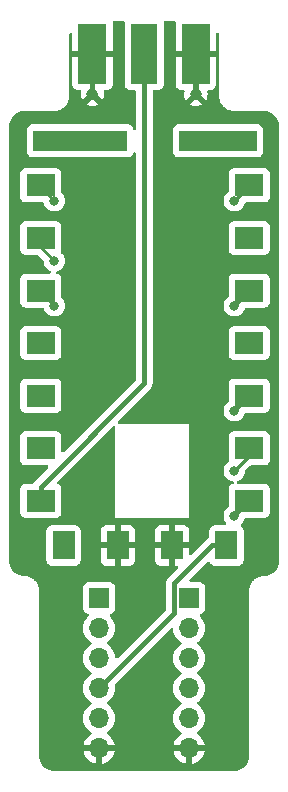
<source format=gbr>
%TF.GenerationSoftware,KiCad,Pcbnew,7.0.7*%
%TF.CreationDate,2023-09-16T19:55:20-06:00*%
%TF.ProjectId,dra818-breakout,64726138-3138-42d6-9272-65616b6f7574,rev?*%
%TF.SameCoordinates,Original*%
%TF.FileFunction,Copper,L1,Top*%
%TF.FilePolarity,Positive*%
%FSLAX46Y46*%
G04 Gerber Fmt 4.6, Leading zero omitted, Abs format (unit mm)*
G04 Created by KiCad (PCBNEW 7.0.7) date 2023-09-16 19:55:20*
%MOMM*%
%LPD*%
G01*
G04 APERTURE LIST*
%TA.AperFunction,SMDPad,CuDef*%
%ADD10R,2.290000X5.080000*%
%TD*%
%TA.AperFunction,SMDPad,CuDef*%
%ADD11R,0.460000X0.950000*%
%TD*%
%TA.AperFunction,ComponentPad*%
%ADD12C,0.970000*%
%TD*%
%TA.AperFunction,SMDPad,CuDef*%
%ADD13R,2.420000X5.080000*%
%TD*%
%TA.AperFunction,SMDPad,CuDef*%
%ADD14R,2.470000X1.880000*%
%TD*%
%TA.AperFunction,SMDPad,CuDef*%
%ADD15R,1.880000X2.470000*%
%TD*%
%TA.AperFunction,SMDPad,CuDef*%
%ADD16R,6.600000X1.800000*%
%TD*%
%TA.AperFunction,SMDPad,CuDef*%
%ADD17R,8.000000X1.800000*%
%TD*%
%TA.AperFunction,ComponentPad*%
%ADD18R,1.700000X1.700000*%
%TD*%
%TA.AperFunction,ComponentPad*%
%ADD19O,1.700000X1.700000*%
%TD*%
%TA.AperFunction,ViaPad*%
%ADD20C,0.800000*%
%TD*%
%TA.AperFunction,Conductor*%
%ADD21C,0.250000*%
%TD*%
%TA.AperFunction,Conductor*%
%ADD22C,0.400000*%
%TD*%
G04 APERTURE END LIST*
D10*
%TO.P,AE1,1,A*%
%TO.N,/ANT*%
X151130000Y-68840000D03*
D11*
%TO.P,AE1,2,Shield*%
%TO.N,GND*%
X155510000Y-71830000D03*
D12*
X146750000Y-72280000D03*
D13*
X155510000Y-68840000D03*
D11*
X146750000Y-71830000D03*
D13*
X146750000Y-68840000D03*
D12*
X155510000Y-72280000D03*
%TD*%
D14*
%TO.P,U1,1,SQ*%
%TO.N,/SQ*%
X160020000Y-79980000D03*
%TO.P,U1,2*%
%TO.N,N/C*%
X160020000Y-84430000D03*
%TO.P,U1,3,AF_OUT*%
%TO.N,/AF_OUT*%
X160020000Y-88880000D03*
%TO.P,U1,4*%
%TO.N,N/C*%
X160020000Y-93330000D03*
%TO.P,U1,5,PTT*%
%TO.N,/PTT*%
X160020000Y-97780000D03*
%TO.P,U1,6,PD*%
%TO.N,/PD*%
X160020000Y-102230000D03*
%TO.P,U1,7,H/L*%
%TO.N,/H{slash}L*%
X160020000Y-106680000D03*
D15*
%TO.P,U1,8,VBAT*%
%TO.N,VCC*%
X158095000Y-110455000D03*
%TO.P,U1,9,GND*%
%TO.N,GND*%
X153495000Y-110455000D03*
%TO.P,U1,10,GND*%
X148895000Y-110455000D03*
%TO.P,U1,11*%
%TO.N,N/C*%
X144295000Y-110455000D03*
D14*
%TO.P,U1,12,ANT*%
%TO.N,/ANT*%
X142370000Y-106680000D03*
%TO.P,U1,13*%
%TO.N,N/C*%
X142370000Y-102230000D03*
%TO.P,U1,14*%
X142370000Y-97780000D03*
%TO.P,U1,15*%
X142370000Y-93330000D03*
%TO.P,U1,16,RXD*%
%TO.N,/RXD*%
X142370000Y-88880000D03*
%TO.P,U1,17,TXD*%
%TO.N,/TXD*%
X142370000Y-84430000D03*
%TO.P,U1,18,MIC_IN*%
%TO.N,/MIC_IN*%
X142370000Y-79980000D03*
D16*
%TO.P,U1,P2*%
%TO.N,N/C*%
X157395000Y-76205000D03*
D17*
%TO.P,U1,P3*%
X145695000Y-76205000D03*
%TD*%
D18*
%TO.P,J2,1,Pin_1*%
%TO.N,/MIC_IN*%
X147320000Y-114920000D03*
D19*
%TO.P,J2,2,Pin_2*%
%TO.N,/TXD*%
X147320000Y-117460000D03*
%TO.P,J2,3,Pin_3*%
%TO.N,/RXD*%
X147320000Y-120000000D03*
%TO.P,J2,4,Pin_4*%
%TO.N,VCC*%
X147320000Y-122540000D03*
%TO.P,J2,5,Pin_5*%
%TO.N,unconnected-(J2-Pin_5-Pad5)*%
X147320000Y-125080000D03*
%TO.P,J2,6,Pin_6*%
%TO.N,GND*%
X147320000Y-127620000D03*
%TD*%
D18*
%TO.P,J1,1,Pin_1*%
%TO.N,/SQ*%
X154940000Y-114920000D03*
D19*
%TO.P,J1,2,Pin_2*%
%TO.N,/AF_OUT*%
X154940000Y-117460000D03*
%TO.P,J1,3,Pin_3*%
%TO.N,/PTT*%
X154940000Y-120000000D03*
%TO.P,J1,4,Pin_4*%
%TO.N,/PD*%
X154940000Y-122540000D03*
%TO.P,J1,5,Pin_5*%
%TO.N,/H{slash}L*%
X154940000Y-125080000D03*
%TO.P,J1,6,Pin_6*%
%TO.N,GND*%
X154940000Y-127620000D03*
%TD*%
D20*
%TO.N,/SQ*%
X158750000Y-81280000D03*
%TO.N,/AF_OUT*%
X158750000Y-90170000D03*
%TO.N,/PTT*%
X158750000Y-99060000D03*
%TO.N,/PD*%
X158750000Y-104140000D03*
%TO.N,/H{slash}L*%
X158750000Y-107950000D03*
%TO.N,/MIC_IN*%
X143510000Y-81280000D03*
%TO.N,/TXD*%
X143510000Y-86360000D03*
%TO.N,/RXD*%
X143510000Y-90170000D03*
%TD*%
D21*
%TO.N,/SQ*%
X160020000Y-80010000D02*
X158750000Y-81280000D01*
X160020000Y-79980000D02*
X160020000Y-80010000D01*
%TO.N,/AF_OUT*%
X160020000Y-88900000D02*
X158750000Y-90170000D01*
X160020000Y-88880000D02*
X160020000Y-88900000D01*
%TO.N,/PTT*%
X160020000Y-97780000D02*
X160020000Y-97790000D01*
X160020000Y-97790000D02*
X158750000Y-99060000D01*
%TO.N,/PD*%
X160020000Y-102870000D02*
X158750000Y-104140000D01*
X160020000Y-102230000D02*
X160020000Y-102870000D01*
%TO.N,/H{slash}L*%
X160020000Y-106680000D02*
X158750000Y-107950000D01*
D22*
%TO.N,/ANT*%
X142370000Y-106680000D02*
X142370000Y-105490000D01*
X142370000Y-105490000D02*
X151130000Y-96730000D01*
X151130000Y-96730000D02*
X151130000Y-68840000D01*
D21*
%TO.N,/MIC_IN*%
X142370000Y-80140000D02*
X143510000Y-81280000D01*
X142370000Y-79980000D02*
X142370000Y-80140000D01*
%TO.N,/TXD*%
X142370000Y-85220000D02*
X143510000Y-86360000D01*
X142370000Y-84430000D02*
X142370000Y-85220000D01*
%TO.N,/RXD*%
X142370000Y-89030000D02*
X143510000Y-90170000D01*
X142370000Y-88880000D02*
X142370000Y-89030000D01*
D22*
%TO.N,VCC*%
X147320000Y-122540000D02*
X153690000Y-116170000D01*
X153690000Y-116170000D02*
X153690000Y-113670000D01*
X153690000Y-113670000D02*
X156905000Y-110455000D01*
X156905000Y-110455000D02*
X158095000Y-110455000D01*
%TO.N,GND*%
X148895000Y-110455000D02*
X153495000Y-110455000D01*
%TD*%
%TA.AperFunction,Conductor*%
%TO.N,GND*%
G36*
X149437153Y-66060185D02*
G01*
X149482908Y-66112989D01*
X149492852Y-66182147D01*
X149490939Y-66192234D01*
X149484501Y-66252116D01*
X149484501Y-66252123D01*
X149484500Y-66252135D01*
X149484500Y-71427870D01*
X149484501Y-71427876D01*
X149490908Y-71487483D01*
X149541202Y-71622328D01*
X149541206Y-71622335D01*
X149627452Y-71737544D01*
X149627455Y-71737547D01*
X149742664Y-71823793D01*
X149742671Y-71823797D01*
X149787618Y-71840561D01*
X149877517Y-71874091D01*
X149937127Y-71880500D01*
X150305500Y-71880499D01*
X150372539Y-71900183D01*
X150418294Y-71952987D01*
X150429500Y-72004499D01*
X150429500Y-75154792D01*
X150409815Y-75221831D01*
X150357011Y-75267586D01*
X150287853Y-75277530D01*
X150224297Y-75248505D01*
X150189318Y-75198125D01*
X150138797Y-75062671D01*
X150138793Y-75062664D01*
X150052547Y-74947455D01*
X150052544Y-74947452D01*
X149937335Y-74861206D01*
X149937328Y-74861202D01*
X149802482Y-74810908D01*
X149802483Y-74810908D01*
X149742883Y-74804501D01*
X149742881Y-74804500D01*
X149742873Y-74804500D01*
X149742864Y-74804500D01*
X141647129Y-74804500D01*
X141647123Y-74804501D01*
X141587516Y-74810908D01*
X141452671Y-74861202D01*
X141452664Y-74861206D01*
X141337455Y-74947452D01*
X141337452Y-74947455D01*
X141251206Y-75062664D01*
X141251202Y-75062671D01*
X141200908Y-75197517D01*
X141195427Y-75248505D01*
X141194501Y-75257123D01*
X141194500Y-75257135D01*
X141194500Y-77152870D01*
X141194501Y-77152876D01*
X141200908Y-77212483D01*
X141251202Y-77347328D01*
X141251206Y-77347335D01*
X141337452Y-77462544D01*
X141337455Y-77462547D01*
X141452664Y-77548793D01*
X141452671Y-77548797D01*
X141587517Y-77599091D01*
X141587516Y-77599091D01*
X141594444Y-77599835D01*
X141647127Y-77605500D01*
X149742872Y-77605499D01*
X149802483Y-77599091D01*
X149937331Y-77548796D01*
X150052546Y-77462546D01*
X150138796Y-77347331D01*
X150189091Y-77212483D01*
X150189091Y-77212482D01*
X150189318Y-77211874D01*
X150231189Y-77155940D01*
X150296653Y-77131523D01*
X150364926Y-77146374D01*
X150414332Y-77195779D01*
X150429500Y-77255207D01*
X150429500Y-96388480D01*
X150409815Y-96455519D01*
X150393181Y-96476161D01*
X144317180Y-102552162D01*
X144255857Y-102585647D01*
X144186165Y-102580663D01*
X144130232Y-102538791D01*
X144105815Y-102473327D01*
X144105499Y-102464481D01*
X144105499Y-101242129D01*
X144105498Y-101242123D01*
X144105497Y-101242116D01*
X144099091Y-101182517D01*
X144048796Y-101047669D01*
X144048795Y-101047668D01*
X144048793Y-101047664D01*
X143962547Y-100932455D01*
X143962544Y-100932452D01*
X143847335Y-100846206D01*
X143847328Y-100846202D01*
X143712482Y-100795908D01*
X143712483Y-100795908D01*
X143652883Y-100789501D01*
X143652881Y-100789500D01*
X143652873Y-100789500D01*
X143652864Y-100789500D01*
X141087129Y-100789500D01*
X141087123Y-100789501D01*
X141027516Y-100795908D01*
X140892671Y-100846202D01*
X140892664Y-100846206D01*
X140777455Y-100932452D01*
X140777452Y-100932455D01*
X140691206Y-101047664D01*
X140691202Y-101047671D01*
X140640908Y-101182517D01*
X140634501Y-101242116D01*
X140634501Y-101242123D01*
X140634500Y-101242135D01*
X140634500Y-103217870D01*
X140634501Y-103217876D01*
X140640908Y-103277483D01*
X140691202Y-103412328D01*
X140691206Y-103412335D01*
X140777452Y-103527544D01*
X140777455Y-103527547D01*
X140892664Y-103613793D01*
X140892671Y-103613797D01*
X141027517Y-103664091D01*
X141027516Y-103664091D01*
X141034444Y-103664835D01*
X141087127Y-103670500D01*
X142899480Y-103670499D01*
X142966519Y-103690184D01*
X143012274Y-103742987D01*
X143022218Y-103812146D01*
X142993193Y-103875702D01*
X142987161Y-103882180D01*
X141890966Y-104978375D01*
X141888240Y-104980942D01*
X141841818Y-105022068D01*
X141806586Y-105073109D01*
X141804368Y-105076124D01*
X141766124Y-105124939D01*
X141766119Y-105124948D01*
X141761960Y-105134188D01*
X141750942Y-105153723D01*
X141745187Y-105162061D01*
X141741695Y-105168715D01*
X141739889Y-105167767D01*
X141703977Y-105215183D01*
X141638377Y-105239232D01*
X141630225Y-105239500D01*
X141087129Y-105239500D01*
X141087123Y-105239501D01*
X141027516Y-105245908D01*
X140892671Y-105296202D01*
X140892664Y-105296206D01*
X140777455Y-105382452D01*
X140777452Y-105382455D01*
X140691206Y-105497664D01*
X140691202Y-105497671D01*
X140640908Y-105632517D01*
X140634501Y-105692116D01*
X140634501Y-105692123D01*
X140634500Y-105692135D01*
X140634500Y-107667870D01*
X140634501Y-107667876D01*
X140640908Y-107727483D01*
X140691202Y-107862328D01*
X140691206Y-107862335D01*
X140777452Y-107977544D01*
X140777455Y-107977547D01*
X140892664Y-108063793D01*
X140892671Y-108063797D01*
X141027517Y-108114091D01*
X141027516Y-108114091D01*
X141034444Y-108114835D01*
X141087127Y-108120500D01*
X143652872Y-108120499D01*
X143712483Y-108114091D01*
X143847331Y-108063796D01*
X143962546Y-107977546D01*
X144048796Y-107862331D01*
X144099091Y-107727483D01*
X144105500Y-107667873D01*
X144105499Y-105692128D01*
X144099091Y-105632517D01*
X144048796Y-105497669D01*
X144048795Y-105497668D01*
X144048793Y-105497664D01*
X143962547Y-105382455D01*
X143962544Y-105382452D01*
X143847335Y-105296206D01*
X143847328Y-105296202D01*
X143814797Y-105284069D01*
X143758863Y-105242197D01*
X143734446Y-105176733D01*
X143749298Y-105108460D01*
X143770445Y-105080210D01*
X148479551Y-100371105D01*
X148540872Y-100337622D01*
X148610564Y-100342606D01*
X148666497Y-100384478D01*
X148690914Y-100449942D01*
X148691230Y-100458788D01*
X148691230Y-108130000D01*
X154945000Y-108130000D01*
X154945000Y-100140250D01*
X149009769Y-100140250D01*
X148942730Y-100120565D01*
X148896975Y-100067761D01*
X148887031Y-99998603D01*
X148916056Y-99935047D01*
X148922088Y-99928569D01*
X149544476Y-99306181D01*
X149790657Y-99060000D01*
X157844540Y-99060000D01*
X157864326Y-99248256D01*
X157864327Y-99248259D01*
X157922818Y-99428277D01*
X157922821Y-99428284D01*
X158017467Y-99592216D01*
X158144128Y-99732887D01*
X158144129Y-99732888D01*
X158297265Y-99844148D01*
X158297270Y-99844151D01*
X158470192Y-99921142D01*
X158470197Y-99921144D01*
X158655354Y-99960500D01*
X158655355Y-99960500D01*
X158844644Y-99960500D01*
X158844646Y-99960500D01*
X159029803Y-99921144D01*
X159202730Y-99844151D01*
X159355871Y-99732888D01*
X159482533Y-99592216D01*
X159577179Y-99428284D01*
X159616852Y-99306181D01*
X159656290Y-99248505D01*
X159720649Y-99221307D01*
X159734784Y-99220499D01*
X161302871Y-99220499D01*
X161302872Y-99220499D01*
X161362483Y-99214091D01*
X161497331Y-99163796D01*
X161612546Y-99077546D01*
X161698796Y-98962331D01*
X161749091Y-98827483D01*
X161755500Y-98767873D01*
X161755499Y-96792128D01*
X161749091Y-96732517D01*
X161740952Y-96710696D01*
X161698797Y-96597671D01*
X161698793Y-96597664D01*
X161612547Y-96482455D01*
X161612544Y-96482452D01*
X161497335Y-96396206D01*
X161497328Y-96396202D01*
X161362482Y-96345908D01*
X161362483Y-96345908D01*
X161302883Y-96339501D01*
X161302881Y-96339500D01*
X161302873Y-96339500D01*
X161302864Y-96339500D01*
X158737129Y-96339500D01*
X158737123Y-96339501D01*
X158677516Y-96345908D01*
X158542671Y-96396202D01*
X158542664Y-96396206D01*
X158427455Y-96482452D01*
X158427452Y-96482455D01*
X158341206Y-96597664D01*
X158341202Y-96597671D01*
X158290908Y-96732517D01*
X158284501Y-96792116D01*
X158284501Y-96792123D01*
X158284500Y-96792135D01*
X158284500Y-98221944D01*
X158264815Y-98288983D01*
X158233386Y-98322261D01*
X158144132Y-98387109D01*
X158144123Y-98387116D01*
X158017466Y-98527785D01*
X157922821Y-98691715D01*
X157922818Y-98691722D01*
X157878707Y-98827483D01*
X157864326Y-98871744D01*
X157844540Y-99060000D01*
X149790657Y-99060000D01*
X151609056Y-97241599D01*
X151611748Y-97239065D01*
X151658183Y-97197929D01*
X151693417Y-97146883D01*
X151695620Y-97143887D01*
X151733878Y-97095056D01*
X151738037Y-97085813D01*
X151749061Y-97066268D01*
X151754818Y-97057930D01*
X151776810Y-96999939D01*
X151778232Y-96996503D01*
X151803695Y-96939931D01*
X151805522Y-96929959D01*
X151811546Y-96908347D01*
X151815140Y-96898872D01*
X151822613Y-96837324D01*
X151823177Y-96833619D01*
X151830780Y-96792128D01*
X151834358Y-96772606D01*
X151830613Y-96710696D01*
X151830500Y-96706951D01*
X151830500Y-94317870D01*
X158284500Y-94317870D01*
X158284501Y-94317876D01*
X158290908Y-94377483D01*
X158341202Y-94512328D01*
X158341206Y-94512335D01*
X158427452Y-94627544D01*
X158427455Y-94627547D01*
X158542664Y-94713793D01*
X158542671Y-94713797D01*
X158677517Y-94764091D01*
X158677516Y-94764091D01*
X158684444Y-94764835D01*
X158737127Y-94770500D01*
X161302872Y-94770499D01*
X161362483Y-94764091D01*
X161497331Y-94713796D01*
X161612546Y-94627546D01*
X161698796Y-94512331D01*
X161749091Y-94377483D01*
X161755500Y-94317873D01*
X161755499Y-92342128D01*
X161749091Y-92282517D01*
X161698796Y-92147669D01*
X161698795Y-92147668D01*
X161698793Y-92147664D01*
X161612547Y-92032455D01*
X161612544Y-92032452D01*
X161497335Y-91946206D01*
X161497328Y-91946202D01*
X161362482Y-91895908D01*
X161362483Y-91895908D01*
X161302883Y-91889501D01*
X161302881Y-91889500D01*
X161302873Y-91889500D01*
X161302864Y-91889500D01*
X158737129Y-91889500D01*
X158737123Y-91889501D01*
X158677516Y-91895908D01*
X158542671Y-91946202D01*
X158542664Y-91946206D01*
X158427455Y-92032452D01*
X158427452Y-92032455D01*
X158341206Y-92147664D01*
X158341202Y-92147671D01*
X158290908Y-92282517D01*
X158284501Y-92342116D01*
X158284501Y-92342123D01*
X158284500Y-92342135D01*
X158284500Y-94317870D01*
X151830500Y-94317870D01*
X151830500Y-90170000D01*
X157844540Y-90170000D01*
X157864326Y-90358256D01*
X157864327Y-90358259D01*
X157922818Y-90538277D01*
X157922821Y-90538284D01*
X158017467Y-90702216D01*
X158144128Y-90842887D01*
X158144129Y-90842888D01*
X158297265Y-90954148D01*
X158297270Y-90954151D01*
X158470192Y-91031142D01*
X158470197Y-91031144D01*
X158655354Y-91070500D01*
X158655355Y-91070500D01*
X158844644Y-91070500D01*
X158844646Y-91070500D01*
X159029803Y-91031144D01*
X159202730Y-90954151D01*
X159355871Y-90842888D01*
X159482533Y-90702216D01*
X159577179Y-90538284D01*
X159620102Y-90406180D01*
X159659539Y-90348506D01*
X159723898Y-90321307D01*
X159738033Y-90320499D01*
X161302871Y-90320499D01*
X161302872Y-90320499D01*
X161362483Y-90314091D01*
X161497331Y-90263796D01*
X161612546Y-90177546D01*
X161698796Y-90062331D01*
X161749091Y-89927483D01*
X161755500Y-89867873D01*
X161755499Y-87892128D01*
X161749091Y-87832517D01*
X161698796Y-87697669D01*
X161698795Y-87697668D01*
X161698793Y-87697664D01*
X161612547Y-87582455D01*
X161612544Y-87582452D01*
X161497335Y-87496206D01*
X161497328Y-87496202D01*
X161362482Y-87445908D01*
X161362483Y-87445908D01*
X161302883Y-87439501D01*
X161302881Y-87439500D01*
X161302873Y-87439500D01*
X161302864Y-87439500D01*
X158737129Y-87439500D01*
X158737123Y-87439501D01*
X158677516Y-87445908D01*
X158542671Y-87496202D01*
X158542664Y-87496206D01*
X158427455Y-87582452D01*
X158427452Y-87582455D01*
X158341206Y-87697664D01*
X158341202Y-87697671D01*
X158290908Y-87832517D01*
X158284501Y-87892116D01*
X158284501Y-87892123D01*
X158284500Y-87892135D01*
X158284500Y-89331944D01*
X158264815Y-89398983D01*
X158233386Y-89432261D01*
X158144132Y-89497109D01*
X158144123Y-89497116D01*
X158017466Y-89637785D01*
X157922821Y-89801715D01*
X157922818Y-89801722D01*
X157864327Y-89981740D01*
X157864326Y-89981744D01*
X157844540Y-90170000D01*
X151830500Y-90170000D01*
X151830500Y-85417870D01*
X158284500Y-85417870D01*
X158284501Y-85417876D01*
X158290908Y-85477483D01*
X158341202Y-85612328D01*
X158341206Y-85612335D01*
X158427452Y-85727544D01*
X158427455Y-85727547D01*
X158542664Y-85813793D01*
X158542671Y-85813797D01*
X158677517Y-85864091D01*
X158677516Y-85864091D01*
X158684444Y-85864835D01*
X158737127Y-85870500D01*
X161302872Y-85870499D01*
X161362483Y-85864091D01*
X161497331Y-85813796D01*
X161612546Y-85727546D01*
X161698796Y-85612331D01*
X161749091Y-85477483D01*
X161755500Y-85417873D01*
X161755499Y-83442128D01*
X161749091Y-83382517D01*
X161698796Y-83247669D01*
X161698795Y-83247668D01*
X161698793Y-83247664D01*
X161612547Y-83132455D01*
X161612544Y-83132452D01*
X161497335Y-83046206D01*
X161497328Y-83046202D01*
X161362482Y-82995908D01*
X161362483Y-82995908D01*
X161302883Y-82989501D01*
X161302881Y-82989500D01*
X161302873Y-82989500D01*
X161302864Y-82989500D01*
X158737129Y-82989500D01*
X158737123Y-82989501D01*
X158677516Y-82995908D01*
X158542671Y-83046202D01*
X158542664Y-83046206D01*
X158427455Y-83132452D01*
X158427452Y-83132455D01*
X158341206Y-83247664D01*
X158341202Y-83247671D01*
X158290908Y-83382517D01*
X158284501Y-83442116D01*
X158284501Y-83442123D01*
X158284500Y-83442135D01*
X158284500Y-85417870D01*
X151830500Y-85417870D01*
X151830500Y-81280000D01*
X157844540Y-81280000D01*
X157864326Y-81468256D01*
X157864327Y-81468259D01*
X157922818Y-81648277D01*
X157922821Y-81648284D01*
X158017467Y-81812216D01*
X158144128Y-81952888D01*
X158144129Y-81952888D01*
X158297265Y-82064148D01*
X158297270Y-82064151D01*
X158470192Y-82141142D01*
X158470197Y-82141144D01*
X158655354Y-82180500D01*
X158655355Y-82180500D01*
X158844644Y-82180500D01*
X158844646Y-82180500D01*
X159029803Y-82141144D01*
X159202730Y-82064151D01*
X159355871Y-81952888D01*
X159482533Y-81812216D01*
X159577179Y-81648284D01*
X159623351Y-81506180D01*
X159662788Y-81448506D01*
X159727147Y-81421307D01*
X159741282Y-81420499D01*
X161302871Y-81420499D01*
X161302872Y-81420499D01*
X161362483Y-81414091D01*
X161497331Y-81363796D01*
X161612546Y-81277546D01*
X161698796Y-81162331D01*
X161749091Y-81027483D01*
X161755500Y-80967873D01*
X161755499Y-78992128D01*
X161749091Y-78932517D01*
X161698796Y-78797669D01*
X161698795Y-78797668D01*
X161698793Y-78797664D01*
X161612547Y-78682455D01*
X161612544Y-78682452D01*
X161497335Y-78596206D01*
X161497328Y-78596202D01*
X161362482Y-78545908D01*
X161362483Y-78545908D01*
X161302883Y-78539501D01*
X161302881Y-78539500D01*
X161302873Y-78539500D01*
X161302864Y-78539500D01*
X158737129Y-78539500D01*
X158737123Y-78539501D01*
X158677516Y-78545908D01*
X158542671Y-78596202D01*
X158542664Y-78596206D01*
X158427455Y-78682452D01*
X158427452Y-78682455D01*
X158341206Y-78797664D01*
X158341202Y-78797671D01*
X158290908Y-78932517D01*
X158284501Y-78992116D01*
X158284501Y-78992123D01*
X158284500Y-78992135D01*
X158284500Y-80441944D01*
X158264815Y-80508983D01*
X158233386Y-80542261D01*
X158144132Y-80607109D01*
X158144123Y-80607116D01*
X158017466Y-80747785D01*
X157922821Y-80911715D01*
X157922818Y-80911722D01*
X157864327Y-81091740D01*
X157864326Y-81091744D01*
X157844540Y-81280000D01*
X151830500Y-81280000D01*
X151830500Y-77152870D01*
X153594500Y-77152870D01*
X153594501Y-77152876D01*
X153600908Y-77212483D01*
X153651202Y-77347328D01*
X153651206Y-77347335D01*
X153737452Y-77462544D01*
X153737455Y-77462547D01*
X153852664Y-77548793D01*
X153852671Y-77548797D01*
X153987517Y-77599091D01*
X153987516Y-77599091D01*
X153994444Y-77599835D01*
X154047127Y-77605500D01*
X160742872Y-77605499D01*
X160802483Y-77599091D01*
X160937331Y-77548796D01*
X161052546Y-77462546D01*
X161138796Y-77347331D01*
X161189091Y-77212483D01*
X161195500Y-77152873D01*
X161195499Y-75257128D01*
X161189091Y-75197517D01*
X161138796Y-75062669D01*
X161138795Y-75062668D01*
X161138793Y-75062664D01*
X161052547Y-74947455D01*
X161052544Y-74947452D01*
X160937335Y-74861206D01*
X160937328Y-74861202D01*
X160802482Y-74810908D01*
X160802483Y-74810908D01*
X160742883Y-74804501D01*
X160742881Y-74804500D01*
X160742873Y-74804500D01*
X160742864Y-74804500D01*
X154047129Y-74804500D01*
X154047123Y-74804501D01*
X153987516Y-74810908D01*
X153852671Y-74861202D01*
X153852664Y-74861206D01*
X153737455Y-74947452D01*
X153737452Y-74947455D01*
X153651206Y-75062664D01*
X153651202Y-75062671D01*
X153600908Y-75197517D01*
X153595427Y-75248505D01*
X153594501Y-75257123D01*
X153594500Y-75257135D01*
X153594500Y-77152870D01*
X151830500Y-77152870D01*
X151830500Y-72004499D01*
X151850185Y-71937460D01*
X151902989Y-71891705D01*
X151954500Y-71880499D01*
X152322871Y-71880499D01*
X152322872Y-71880499D01*
X152382483Y-71874091D01*
X152517331Y-71823796D01*
X152632546Y-71737546D01*
X152718796Y-71622331D01*
X152769091Y-71487483D01*
X152775500Y-71427873D01*
X152775500Y-69090000D01*
X153800000Y-69090000D01*
X153800000Y-71427844D01*
X153806401Y-71487372D01*
X153806403Y-71487379D01*
X153856645Y-71622086D01*
X153856649Y-71622093D01*
X153942809Y-71737187D01*
X153942812Y-71737190D01*
X154057906Y-71823350D01*
X154057913Y-71823354D01*
X154192620Y-71873596D01*
X154192627Y-71873598D01*
X154252155Y-71879999D01*
X154252172Y-71880000D01*
X154434822Y-71880000D01*
X154501861Y-71899685D01*
X154547616Y-71952489D01*
X154557560Y-72021647D01*
X154553482Y-72039996D01*
X154539252Y-72086904D01*
X154520234Y-72280000D01*
X154539251Y-72473092D01*
X154595576Y-72658769D01*
X154659007Y-72777438D01*
X155097684Y-72338762D01*
X155159007Y-72305277D01*
X155228699Y-72310261D01*
X155284632Y-72352133D01*
X155303294Y-72388120D01*
X155306363Y-72397567D01*
X155306364Y-72397568D01*
X155371789Y-72470231D01*
X155371790Y-72470232D01*
X155415605Y-72489739D01*
X155468843Y-72534988D01*
X155489165Y-72601837D01*
X155470121Y-72669061D01*
X155452852Y-72690700D01*
X155012559Y-73130992D01*
X155131230Y-73194423D01*
X155316907Y-73250748D01*
X155510000Y-73269765D01*
X155703092Y-73250748D01*
X155888772Y-73194422D01*
X155888774Y-73194422D01*
X156007438Y-73130992D01*
X156007439Y-73130991D01*
X155571039Y-72694591D01*
X155537554Y-72633268D01*
X155542538Y-72563576D01*
X155584410Y-72507643D01*
X155602946Y-72496764D01*
X155605635Y-72494809D01*
X155605639Y-72494809D01*
X155684742Y-72437338D01*
X155726981Y-72364177D01*
X155777548Y-72315962D01*
X155846155Y-72302740D01*
X155911020Y-72328708D01*
X155922049Y-72338497D01*
X156360991Y-72777439D01*
X156360992Y-72777438D01*
X156424422Y-72658774D01*
X156424422Y-72658772D01*
X156480748Y-72473092D01*
X156499765Y-72280000D01*
X156480747Y-72086904D01*
X156466518Y-72039996D01*
X156465894Y-71970129D01*
X156503141Y-71911016D01*
X156566435Y-71881425D01*
X156585178Y-71880000D01*
X156767828Y-71880000D01*
X156767844Y-71879999D01*
X156827372Y-71873598D01*
X156827379Y-71873596D01*
X156962086Y-71823354D01*
X156962093Y-71823350D01*
X157077187Y-71737190D01*
X157077190Y-71737187D01*
X157163350Y-71622093D01*
X157163354Y-71622086D01*
X157213596Y-71487379D01*
X157213598Y-71487372D01*
X157219999Y-71427844D01*
X157220000Y-71427827D01*
X157220000Y-69090000D01*
X155760000Y-69090000D01*
X155760000Y-71848638D01*
X155740315Y-71915677D01*
X155740000Y-71916067D01*
X155740000Y-71936000D01*
X155720315Y-72003039D01*
X155667511Y-72048794D01*
X155616000Y-72060000D01*
X155607706Y-72060000D01*
X155571714Y-72052349D01*
X155571638Y-72052710D01*
X155558888Y-72050000D01*
X155485828Y-72050000D01*
X155485827Y-72050000D01*
X155451529Y-72057290D01*
X155425749Y-72060000D01*
X155404000Y-72060000D01*
X155336961Y-72040315D01*
X155291206Y-71987511D01*
X155280000Y-71936000D01*
X155280000Y-71906433D01*
X155262834Y-71874996D01*
X155260000Y-71848638D01*
X155260000Y-69090000D01*
X153800000Y-69090000D01*
X152775500Y-69090000D01*
X152775499Y-66252128D01*
X152769091Y-66192517D01*
X152768262Y-66184804D01*
X152769657Y-66184654D01*
X152772950Y-66123244D01*
X152813818Y-66066573D01*
X152878837Y-66040993D01*
X152889886Y-66040500D01*
X153685633Y-66040500D01*
X153752672Y-66060185D01*
X153798427Y-66112989D01*
X153808371Y-66182147D01*
X153806425Y-66192403D01*
X153800000Y-66252155D01*
X153800000Y-68590000D01*
X157220000Y-68590000D01*
X157220000Y-67178257D01*
X157239685Y-67111218D01*
X157292489Y-67065463D01*
X157361647Y-67055519D01*
X157425203Y-67084544D01*
X157462977Y-67143322D01*
X157467528Y-67167449D01*
X157475020Y-67253084D01*
X157479309Y-67307575D01*
X157479500Y-67312441D01*
X157479500Y-72333247D01*
X157476059Y-72344964D01*
X157479264Y-72381594D01*
X157479500Y-72387000D01*
X157479500Y-72489990D01*
X157493194Y-72576451D01*
X157492207Y-72584088D01*
X157496736Y-72600992D01*
X157498086Y-72607343D01*
X157510784Y-72687513D01*
X157543578Y-72788445D01*
X157543821Y-72796985D01*
X157550570Y-72811456D01*
X157553347Y-72818509D01*
X157562388Y-72846337D01*
X157563310Y-72849448D01*
X157572641Y-72884271D01*
X157584533Y-72901161D01*
X157627542Y-72985570D01*
X157629375Y-72995333D01*
X157638422Y-73008253D01*
X157642882Y-73015676D01*
X157663371Y-73055889D01*
X157666462Y-73060932D01*
X157669792Y-73067128D01*
X157672885Y-73073762D01*
X157686343Y-73087506D01*
X157742599Y-73164936D01*
X157746415Y-73175631D01*
X157753977Y-73183193D01*
X157766614Y-73197988D01*
X157780918Y-73217676D01*
X157787062Y-73223820D01*
X157800956Y-73240377D01*
X157803488Y-73243994D01*
X157817681Y-73254439D01*
X157885559Y-73322317D01*
X157891640Y-73333454D01*
X157899618Y-73339040D01*
X157916177Y-73352935D01*
X157922325Y-73359083D01*
X157922328Y-73359085D01*
X157942010Y-73373385D01*
X157956806Y-73386022D01*
X157960973Y-73390189D01*
X157975060Y-73397397D01*
X157975064Y-73397400D01*
X158052492Y-73453655D01*
X158060978Y-73464660D01*
X158072864Y-73470203D01*
X158079061Y-73473533D01*
X158084116Y-73476631D01*
X158124328Y-73497120D01*
X158131751Y-73501580D01*
X158141202Y-73508198D01*
X158154428Y-73512456D01*
X158238835Y-73555464D01*
X158249723Y-73565748D01*
X158290531Y-73576682D01*
X158293645Y-73577605D01*
X158321499Y-73586655D01*
X158328548Y-73589432D01*
X158339686Y-73594625D01*
X158351553Y-73596419D01*
X158452490Y-73629216D01*
X158532674Y-73641915D01*
X158539018Y-73643264D01*
X158552691Y-73646928D01*
X158563542Y-73646805D01*
X158650009Y-73660500D01*
X158749901Y-73660500D01*
X158753010Y-73660500D01*
X158758416Y-73660736D01*
X158789710Y-73663474D01*
X158806751Y-73660500D01*
X161287562Y-73660500D01*
X161292426Y-73660690D01*
X161346977Y-73664984D01*
X161487579Y-73677285D01*
X161505696Y-73680235D01*
X161586020Y-73699520D01*
X161631511Y-73711709D01*
X161696713Y-73729181D01*
X161704400Y-73731790D01*
X161741685Y-73747233D01*
X161790959Y-73767643D01*
X161889955Y-73813806D01*
X161896154Y-73817136D01*
X161976778Y-73866543D01*
X161979926Y-73868608D01*
X162066606Y-73929302D01*
X162071285Y-73932924D01*
X162143840Y-73994892D01*
X162147389Y-73998173D01*
X162221824Y-74072608D01*
X162225109Y-74076162D01*
X162287070Y-74148708D01*
X162290707Y-74153406D01*
X162351385Y-74240064D01*
X162353462Y-74243231D01*
X162402862Y-74323845D01*
X162406192Y-74330042D01*
X162452358Y-74429043D01*
X162488208Y-74515598D01*
X162490817Y-74523284D01*
X162520485Y-74634002D01*
X162539760Y-74714290D01*
X162542714Y-74732429D01*
X162555020Y-74873083D01*
X162559309Y-74927575D01*
X162559500Y-74932441D01*
X162559500Y-111757558D01*
X162559309Y-111762424D01*
X162555020Y-111816916D01*
X162542714Y-111957569D01*
X162539760Y-111975707D01*
X162520485Y-112055997D01*
X162490817Y-112166714D01*
X162488208Y-112174399D01*
X162452358Y-112260956D01*
X162406192Y-112359956D01*
X162402862Y-112366153D01*
X162353462Y-112446767D01*
X162351385Y-112449934D01*
X162290707Y-112536592D01*
X162287062Y-112541300D01*
X162225118Y-112613827D01*
X162221812Y-112617403D01*
X162147403Y-112691812D01*
X162143827Y-112695118D01*
X162071300Y-112757062D01*
X162066592Y-112760707D01*
X161979934Y-112821385D01*
X161976767Y-112823462D01*
X161896153Y-112872862D01*
X161889956Y-112876192D01*
X161790956Y-112922358D01*
X161704399Y-112958208D01*
X161696714Y-112960817D01*
X161585997Y-112990485D01*
X161505707Y-113009760D01*
X161487568Y-113012714D01*
X161357149Y-113024124D01*
X161346844Y-113025025D01*
X161292426Y-113029309D01*
X161287559Y-113029500D01*
X161190009Y-113029500D01*
X161103546Y-113043194D01*
X161095910Y-113042207D01*
X161079004Y-113046737D01*
X161072653Y-113048087D01*
X160992486Y-113060784D01*
X160891554Y-113093578D01*
X160883011Y-113093822D01*
X160868539Y-113100571D01*
X160861488Y-113103348D01*
X160833664Y-113112388D01*
X160830553Y-113113310D01*
X160795729Y-113122641D01*
X160778838Y-113134533D01*
X160694429Y-113177542D01*
X160684663Y-113179375D01*
X160671741Y-113188424D01*
X160664320Y-113192883D01*
X160624103Y-113213375D01*
X160619059Y-113216466D01*
X160612870Y-113219791D01*
X160606241Y-113222882D01*
X160592493Y-113236343D01*
X160515062Y-113292600D01*
X160504365Y-113296416D01*
X160496798Y-113303984D01*
X160482006Y-113316617D01*
X160462328Y-113330914D01*
X160456178Y-113337064D01*
X160439626Y-113350952D01*
X160436007Y-113353485D01*
X160425561Y-113367680D01*
X160357680Y-113435561D01*
X160346542Y-113441642D01*
X160340952Y-113449626D01*
X160327064Y-113466178D01*
X160320914Y-113472328D01*
X160306617Y-113492006D01*
X160293984Y-113506798D01*
X160289812Y-113510969D01*
X160282600Y-113525062D01*
X160226343Y-113602493D01*
X160215335Y-113610981D01*
X160209791Y-113622870D01*
X160206466Y-113629059D01*
X160203375Y-113634103D01*
X160182883Y-113674320D01*
X160178424Y-113681741D01*
X160171804Y-113691194D01*
X160167542Y-113704429D01*
X160124533Y-113788838D01*
X160114250Y-113799725D01*
X160103310Y-113840553D01*
X160102388Y-113843664D01*
X160093348Y-113871488D01*
X160090571Y-113878539D01*
X160085374Y-113889683D01*
X160083578Y-113901554D01*
X160050784Y-114002486D01*
X160038087Y-114082653D01*
X160036737Y-114089004D01*
X160033070Y-114102687D01*
X160033194Y-114113546D01*
X160019500Y-114200008D01*
X160019500Y-114302993D01*
X160019264Y-114308399D01*
X160016524Y-114339708D01*
X160019500Y-114356756D01*
X160019500Y-128267558D01*
X160019309Y-128272424D01*
X160015020Y-128326916D01*
X160002714Y-128467569D01*
X159999760Y-128485707D01*
X159980485Y-128565997D01*
X159950817Y-128676714D01*
X159948208Y-128684399D01*
X159912358Y-128770956D01*
X159866192Y-128869956D01*
X159862862Y-128876153D01*
X159813462Y-128956767D01*
X159811385Y-128959934D01*
X159750707Y-129046592D01*
X159747062Y-129051300D01*
X159685118Y-129123827D01*
X159681812Y-129127403D01*
X159607403Y-129201812D01*
X159603827Y-129205118D01*
X159531300Y-129267062D01*
X159526592Y-129270707D01*
X159439934Y-129331385D01*
X159436767Y-129333462D01*
X159356153Y-129382862D01*
X159349956Y-129386192D01*
X159250956Y-129432358D01*
X159164399Y-129468208D01*
X159156714Y-129470817D01*
X159045997Y-129500485D01*
X158965707Y-129519760D01*
X158947569Y-129522714D01*
X158806916Y-129535020D01*
X158752425Y-129539309D01*
X158747559Y-129539500D01*
X143512441Y-129539500D01*
X143507575Y-129539309D01*
X143453083Y-129535020D01*
X143312429Y-129522714D01*
X143294290Y-129519760D01*
X143214002Y-129500485D01*
X143103284Y-129470817D01*
X143095598Y-129468208D01*
X143009043Y-129432358D01*
X142910042Y-129386192D01*
X142903845Y-129382862D01*
X142823231Y-129333462D01*
X142820064Y-129331385D01*
X142787182Y-129308361D01*
X142733399Y-129270702D01*
X142728708Y-129267070D01*
X142656162Y-129205109D01*
X142652608Y-129201824D01*
X142578173Y-129127389D01*
X142574892Y-129123840D01*
X142512924Y-129051285D01*
X142509302Y-129046606D01*
X142448608Y-128959926D01*
X142446543Y-128956778D01*
X142397136Y-128876153D01*
X142393806Y-128869955D01*
X142347642Y-128770956D01*
X142327233Y-128721685D01*
X142311790Y-128684400D01*
X142309181Y-128676713D01*
X142279514Y-128565997D01*
X142260235Y-128485696D01*
X142257285Y-128467579D01*
X142244979Y-128326916D01*
X142240691Y-128272424D01*
X142240500Y-128267561D01*
X142240500Y-125080000D01*
X145964341Y-125080000D01*
X145984936Y-125315403D01*
X145984938Y-125315413D01*
X146046094Y-125543655D01*
X146046096Y-125543659D01*
X146046097Y-125543663D01*
X146145965Y-125757830D01*
X146145967Y-125757834D01*
X146281501Y-125951395D01*
X146281506Y-125951402D01*
X146448597Y-126118493D01*
X146448603Y-126118498D01*
X146634594Y-126248730D01*
X146678219Y-126303307D01*
X146685413Y-126372805D01*
X146653890Y-126435160D01*
X146634595Y-126451880D01*
X146448922Y-126581890D01*
X146448920Y-126581891D01*
X146281891Y-126748920D01*
X146281886Y-126748926D01*
X146146400Y-126942420D01*
X146146399Y-126942422D01*
X146046570Y-127156507D01*
X146046567Y-127156513D01*
X145989364Y-127369999D01*
X145989364Y-127370000D01*
X146706653Y-127370000D01*
X146773692Y-127389685D01*
X146819447Y-127442489D01*
X146829391Y-127511647D01*
X146825631Y-127528933D01*
X146820000Y-127548111D01*
X146820000Y-127691888D01*
X146825631Y-127711067D01*
X146825630Y-127780936D01*
X146787855Y-127839714D01*
X146724299Y-127868738D01*
X146706653Y-127870000D01*
X145989364Y-127870000D01*
X146046567Y-128083486D01*
X146046570Y-128083492D01*
X146146399Y-128297578D01*
X146281894Y-128491082D01*
X146448917Y-128658105D01*
X146642421Y-128793600D01*
X146856507Y-128893429D01*
X146856516Y-128893433D01*
X147070000Y-128950634D01*
X147070000Y-128232301D01*
X147089685Y-128165262D01*
X147142489Y-128119507D01*
X147211647Y-128109563D01*
X147284237Y-128120000D01*
X147284238Y-128120000D01*
X147355762Y-128120000D01*
X147355763Y-128120000D01*
X147428353Y-128109563D01*
X147497512Y-128119507D01*
X147550315Y-128165262D01*
X147570000Y-128232301D01*
X147570000Y-128950633D01*
X147783483Y-128893433D01*
X147783492Y-128893429D01*
X147997578Y-128793600D01*
X148191082Y-128658105D01*
X148358105Y-128491082D01*
X148493600Y-128297578D01*
X148593429Y-128083492D01*
X148593432Y-128083486D01*
X148650636Y-127870000D01*
X147933347Y-127870000D01*
X147866308Y-127850315D01*
X147820553Y-127797511D01*
X147810609Y-127728353D01*
X147814369Y-127711067D01*
X147820000Y-127691888D01*
X147820000Y-127548111D01*
X147814369Y-127528933D01*
X147814370Y-127459064D01*
X147852145Y-127400286D01*
X147915701Y-127371262D01*
X147933347Y-127370000D01*
X148650636Y-127370000D01*
X148650635Y-127369999D01*
X148593432Y-127156513D01*
X148593429Y-127156507D01*
X148493600Y-126942422D01*
X148493599Y-126942420D01*
X148358113Y-126748926D01*
X148358108Y-126748920D01*
X148191078Y-126581890D01*
X148005405Y-126451879D01*
X147961780Y-126397302D01*
X147954588Y-126327804D01*
X147986110Y-126265449D01*
X148005406Y-126248730D01*
X148191401Y-126118495D01*
X148358495Y-125951401D01*
X148494035Y-125757830D01*
X148593903Y-125543663D01*
X148655063Y-125315408D01*
X148675659Y-125080000D01*
X148655063Y-124844592D01*
X148593903Y-124616337D01*
X148494035Y-124402171D01*
X148358495Y-124208599D01*
X148358494Y-124208597D01*
X148191402Y-124041506D01*
X148191401Y-124041505D01*
X148005842Y-123911575D01*
X148005841Y-123911574D01*
X147962216Y-123856997D01*
X147955024Y-123787498D01*
X147986546Y-123725144D01*
X148005836Y-123708428D01*
X148191401Y-123578495D01*
X148358495Y-123411401D01*
X148494035Y-123217830D01*
X148593903Y-123003663D01*
X148655063Y-122775408D01*
X148675659Y-122540000D01*
X148655063Y-122304592D01*
X148650558Y-122287779D01*
X148652219Y-122217932D01*
X148682649Y-122168006D01*
X153380728Y-117469927D01*
X153442049Y-117436444D01*
X153511741Y-117441428D01*
X153567674Y-117483300D01*
X153591935Y-117546802D01*
X153604936Y-117695403D01*
X153604938Y-117695413D01*
X153666094Y-117923655D01*
X153666096Y-117923659D01*
X153666097Y-117923663D01*
X153765965Y-118137829D01*
X153765965Y-118137830D01*
X153765967Y-118137834D01*
X153901501Y-118331395D01*
X153901506Y-118331402D01*
X154068597Y-118498493D01*
X154068603Y-118498498D01*
X154254158Y-118628425D01*
X154297783Y-118683002D01*
X154304977Y-118752500D01*
X154273454Y-118814855D01*
X154254158Y-118831575D01*
X154068597Y-118961505D01*
X153901505Y-119128597D01*
X153765965Y-119322169D01*
X153765964Y-119322171D01*
X153666098Y-119536335D01*
X153666094Y-119536344D01*
X153604938Y-119764586D01*
X153604936Y-119764596D01*
X153584341Y-119999999D01*
X153584341Y-120000000D01*
X153604936Y-120235403D01*
X153604938Y-120235413D01*
X153666094Y-120463655D01*
X153666096Y-120463659D01*
X153666097Y-120463663D01*
X153765965Y-120677829D01*
X153765965Y-120677830D01*
X153765967Y-120677834D01*
X153901501Y-120871395D01*
X153901506Y-120871402D01*
X154068597Y-121038493D01*
X154068603Y-121038498D01*
X154254158Y-121168425D01*
X154297783Y-121223002D01*
X154304977Y-121292500D01*
X154273454Y-121354855D01*
X154254158Y-121371575D01*
X154068597Y-121501505D01*
X153901505Y-121668597D01*
X153765965Y-121862169D01*
X153765964Y-121862171D01*
X153666098Y-122076335D01*
X153666094Y-122076344D01*
X153604938Y-122304586D01*
X153604936Y-122304596D01*
X153584341Y-122539999D01*
X153584341Y-122540000D01*
X153604936Y-122775403D01*
X153604938Y-122775413D01*
X153666094Y-123003655D01*
X153666096Y-123003659D01*
X153666097Y-123003663D01*
X153765965Y-123217829D01*
X153765965Y-123217830D01*
X153765967Y-123217834D01*
X153901501Y-123411395D01*
X153901506Y-123411402D01*
X154068597Y-123578493D01*
X154068603Y-123578498D01*
X154254158Y-123708425D01*
X154297783Y-123763002D01*
X154304977Y-123832500D01*
X154273454Y-123894855D01*
X154254158Y-123911575D01*
X154068597Y-124041505D01*
X153901505Y-124208597D01*
X153765965Y-124402169D01*
X153765964Y-124402171D01*
X153666098Y-124616335D01*
X153666094Y-124616344D01*
X153604938Y-124844586D01*
X153604936Y-124844596D01*
X153584341Y-125079999D01*
X153584341Y-125080000D01*
X153604936Y-125315403D01*
X153604938Y-125315413D01*
X153666094Y-125543655D01*
X153666096Y-125543659D01*
X153666097Y-125543663D01*
X153765965Y-125757830D01*
X153765967Y-125757834D01*
X153901501Y-125951395D01*
X153901506Y-125951402D01*
X154068597Y-126118493D01*
X154068603Y-126118498D01*
X154254594Y-126248730D01*
X154298219Y-126303307D01*
X154305413Y-126372805D01*
X154273890Y-126435160D01*
X154254595Y-126451880D01*
X154068922Y-126581890D01*
X154068920Y-126581891D01*
X153901891Y-126748920D01*
X153901886Y-126748926D01*
X153766400Y-126942420D01*
X153766399Y-126942422D01*
X153666570Y-127156507D01*
X153666567Y-127156513D01*
X153609364Y-127369999D01*
X153609364Y-127370000D01*
X154326653Y-127370000D01*
X154393692Y-127389685D01*
X154439447Y-127442489D01*
X154449391Y-127511647D01*
X154445631Y-127528933D01*
X154440000Y-127548111D01*
X154440000Y-127691888D01*
X154445631Y-127711067D01*
X154445630Y-127780936D01*
X154407855Y-127839714D01*
X154344299Y-127868738D01*
X154326653Y-127870000D01*
X153609364Y-127870000D01*
X153666567Y-128083486D01*
X153666570Y-128083492D01*
X153766399Y-128297578D01*
X153901894Y-128491082D01*
X154068917Y-128658105D01*
X154262421Y-128793600D01*
X154476507Y-128893429D01*
X154476516Y-128893433D01*
X154690000Y-128950634D01*
X154690000Y-128232301D01*
X154709685Y-128165262D01*
X154762489Y-128119507D01*
X154831647Y-128109563D01*
X154904237Y-128120000D01*
X154904238Y-128120000D01*
X154975762Y-128120000D01*
X154975763Y-128120000D01*
X155048353Y-128109563D01*
X155117512Y-128119507D01*
X155170315Y-128165262D01*
X155190000Y-128232301D01*
X155190000Y-128950633D01*
X155403483Y-128893433D01*
X155403492Y-128893429D01*
X155617578Y-128793600D01*
X155811082Y-128658105D01*
X155978105Y-128491082D01*
X156113600Y-128297578D01*
X156213429Y-128083492D01*
X156213432Y-128083486D01*
X156270636Y-127870000D01*
X155553347Y-127870000D01*
X155486308Y-127850315D01*
X155440553Y-127797511D01*
X155430609Y-127728353D01*
X155434369Y-127711067D01*
X155440000Y-127691888D01*
X155440000Y-127548111D01*
X155434369Y-127528933D01*
X155434370Y-127459064D01*
X155472145Y-127400286D01*
X155535701Y-127371262D01*
X155553347Y-127370000D01*
X156270636Y-127370000D01*
X156270635Y-127369999D01*
X156213432Y-127156513D01*
X156213429Y-127156507D01*
X156113600Y-126942422D01*
X156113599Y-126942420D01*
X155978113Y-126748926D01*
X155978108Y-126748920D01*
X155811078Y-126581890D01*
X155625405Y-126451879D01*
X155581780Y-126397302D01*
X155574588Y-126327804D01*
X155606110Y-126265449D01*
X155625406Y-126248730D01*
X155811401Y-126118495D01*
X155978495Y-125951401D01*
X156114035Y-125757830D01*
X156213903Y-125543663D01*
X156275063Y-125315408D01*
X156295659Y-125080000D01*
X156275063Y-124844592D01*
X156213903Y-124616337D01*
X156114035Y-124402171D01*
X155978495Y-124208599D01*
X155978494Y-124208597D01*
X155811402Y-124041506D01*
X155811396Y-124041501D01*
X155625842Y-123911575D01*
X155582217Y-123856998D01*
X155575023Y-123787500D01*
X155606546Y-123725145D01*
X155625842Y-123708425D01*
X155648026Y-123692891D01*
X155811401Y-123578495D01*
X155978495Y-123411401D01*
X156114035Y-123217830D01*
X156213903Y-123003663D01*
X156275063Y-122775408D01*
X156295659Y-122540000D01*
X156275063Y-122304592D01*
X156213903Y-122076337D01*
X156114035Y-121862171D01*
X155978495Y-121668599D01*
X155978494Y-121668597D01*
X155811402Y-121501506D01*
X155811401Y-121501505D01*
X155625842Y-121371575D01*
X155625841Y-121371574D01*
X155582216Y-121316997D01*
X155575024Y-121247498D01*
X155606546Y-121185144D01*
X155625836Y-121168428D01*
X155811401Y-121038495D01*
X155978495Y-120871401D01*
X156114035Y-120677830D01*
X156213903Y-120463663D01*
X156275063Y-120235408D01*
X156295659Y-120000000D01*
X156275063Y-119764592D01*
X156213903Y-119536337D01*
X156114035Y-119322171D01*
X155978495Y-119128599D01*
X155978494Y-119128597D01*
X155811402Y-118961506D01*
X155811396Y-118961501D01*
X155625842Y-118831575D01*
X155582217Y-118776998D01*
X155575023Y-118707500D01*
X155606546Y-118645145D01*
X155625842Y-118628425D01*
X155648026Y-118612891D01*
X155811401Y-118498495D01*
X155978495Y-118331401D01*
X156114035Y-118137830D01*
X156213903Y-117923663D01*
X156275063Y-117695408D01*
X156295659Y-117460000D01*
X156275063Y-117224592D01*
X156213903Y-116996337D01*
X156114035Y-116782171D01*
X155978495Y-116588599D01*
X155856567Y-116466671D01*
X155823084Y-116405351D01*
X155828068Y-116335659D01*
X155869939Y-116279725D01*
X155900915Y-116262810D01*
X156032331Y-116213796D01*
X156147546Y-116127546D01*
X156233796Y-116012331D01*
X156284091Y-115877483D01*
X156290500Y-115817873D01*
X156290499Y-114022128D01*
X156284091Y-113962517D01*
X156261353Y-113901554D01*
X156233797Y-113827671D01*
X156233793Y-113827664D01*
X156147547Y-113712455D01*
X156147544Y-113712452D01*
X156032335Y-113626206D01*
X156032328Y-113626202D01*
X155897482Y-113575908D01*
X155897483Y-113575908D01*
X155837883Y-113569501D01*
X155837881Y-113569500D01*
X155837873Y-113569500D01*
X155837865Y-113569500D01*
X155080518Y-113569500D01*
X155013479Y-113549815D01*
X154967724Y-113497011D01*
X154957780Y-113427853D01*
X154986805Y-113364297D01*
X154992837Y-113357819D01*
X155360171Y-112990485D01*
X156495208Y-111855446D01*
X156556529Y-111821963D01*
X156626220Y-111826947D01*
X156682154Y-111868819D01*
X156699069Y-111899796D01*
X156711202Y-111932328D01*
X156711206Y-111932335D01*
X156797452Y-112047544D01*
X156797455Y-112047547D01*
X156912664Y-112133793D01*
X156912671Y-112133797D01*
X157047517Y-112184091D01*
X157047516Y-112184091D01*
X157054444Y-112184835D01*
X157107127Y-112190500D01*
X159082872Y-112190499D01*
X159142483Y-112184091D01*
X159277331Y-112133796D01*
X159392546Y-112047546D01*
X159478796Y-111932331D01*
X159529091Y-111797483D01*
X159535500Y-111737873D01*
X159535499Y-109172128D01*
X159529091Y-109112517D01*
X159478884Y-108977906D01*
X159478797Y-108977671D01*
X159478793Y-108977664D01*
X159392547Y-108862455D01*
X159346676Y-108828115D01*
X159304805Y-108772180D01*
X159299822Y-108702488D01*
X159333309Y-108641166D01*
X159348092Y-108628539D01*
X159355871Y-108622888D01*
X159482533Y-108482216D01*
X159577179Y-108318284D01*
X159613603Y-108206181D01*
X159653042Y-108148505D01*
X159717400Y-108121307D01*
X159731535Y-108120499D01*
X161302871Y-108120499D01*
X161302872Y-108120499D01*
X161362483Y-108114091D01*
X161497331Y-108063796D01*
X161612546Y-107977546D01*
X161698796Y-107862331D01*
X161749091Y-107727483D01*
X161755500Y-107667873D01*
X161755499Y-105692128D01*
X161749091Y-105632517D01*
X161698796Y-105497669D01*
X161698795Y-105497668D01*
X161698793Y-105497664D01*
X161612547Y-105382455D01*
X161612544Y-105382452D01*
X161497335Y-105296206D01*
X161497328Y-105296202D01*
X161362482Y-105245908D01*
X161362483Y-105245908D01*
X161302883Y-105239501D01*
X161302881Y-105239500D01*
X161302873Y-105239500D01*
X161302865Y-105239500D01*
X159077819Y-105239500D01*
X159010780Y-105219815D01*
X158965025Y-105167011D01*
X158955081Y-105097853D01*
X158984106Y-105034297D01*
X159027383Y-105002221D01*
X159029800Y-105001144D01*
X159029803Y-105001144D01*
X159202730Y-104924151D01*
X159355871Y-104812888D01*
X159482533Y-104672216D01*
X159577179Y-104508284D01*
X159635674Y-104328256D01*
X159653321Y-104160344D01*
X159679904Y-104095734D01*
X159688951Y-104085638D01*
X160067772Y-103706817D01*
X160129095Y-103673333D01*
X160155453Y-103670499D01*
X161302871Y-103670499D01*
X161302872Y-103670499D01*
X161362483Y-103664091D01*
X161497331Y-103613796D01*
X161612546Y-103527546D01*
X161698796Y-103412331D01*
X161749091Y-103277483D01*
X161755500Y-103217873D01*
X161755499Y-101242128D01*
X161749091Y-101182517D01*
X161698796Y-101047669D01*
X161698795Y-101047668D01*
X161698793Y-101047664D01*
X161612547Y-100932455D01*
X161612544Y-100932452D01*
X161497335Y-100846206D01*
X161497328Y-100846202D01*
X161362482Y-100795908D01*
X161362483Y-100795908D01*
X161302883Y-100789501D01*
X161302881Y-100789500D01*
X161302873Y-100789500D01*
X161302864Y-100789500D01*
X158737129Y-100789500D01*
X158737123Y-100789501D01*
X158677516Y-100795908D01*
X158542671Y-100846202D01*
X158542664Y-100846206D01*
X158427455Y-100932452D01*
X158427452Y-100932455D01*
X158341206Y-101047664D01*
X158341202Y-101047671D01*
X158290908Y-101182517D01*
X158284501Y-101242116D01*
X158284501Y-101242123D01*
X158284500Y-101242135D01*
X158284500Y-103217870D01*
X158284501Y-103217878D01*
X158291510Y-103283084D01*
X158279102Y-103351843D01*
X158241106Y-103396654D01*
X158144127Y-103467113D01*
X158017466Y-103607785D01*
X157922821Y-103771715D01*
X157922818Y-103771722D01*
X157864327Y-103951740D01*
X157864326Y-103951744D01*
X157844540Y-104140000D01*
X157864326Y-104328256D01*
X157864327Y-104328259D01*
X157922818Y-104508277D01*
X157922821Y-104508284D01*
X158017467Y-104672216D01*
X158144128Y-104812887D01*
X158144129Y-104812888D01*
X158297265Y-104924148D01*
X158297270Y-104924151D01*
X158470191Y-105001142D01*
X158470193Y-105001142D01*
X158470197Y-105001144D01*
X158603534Y-105029485D01*
X158665012Y-105062676D01*
X158698789Y-105123838D01*
X158694137Y-105193553D01*
X158652533Y-105249686D01*
X158621084Y-105266955D01*
X158542675Y-105296200D01*
X158542664Y-105296206D01*
X158427455Y-105382452D01*
X158427452Y-105382455D01*
X158341206Y-105497664D01*
X158341202Y-105497671D01*
X158290908Y-105632517D01*
X158284501Y-105692116D01*
X158284501Y-105692123D01*
X158284500Y-105692135D01*
X158284500Y-107111944D01*
X158264815Y-107178983D01*
X158233386Y-107212261D01*
X158144132Y-107277109D01*
X158144123Y-107277116D01*
X158017466Y-107417785D01*
X157922821Y-107581715D01*
X157922818Y-107581722D01*
X157894823Y-107667883D01*
X157864326Y-107761744D01*
X157844540Y-107950000D01*
X157864326Y-108138256D01*
X157864327Y-108138259D01*
X157922818Y-108318277D01*
X157922821Y-108318284D01*
X158017467Y-108482216D01*
X158041063Y-108508422D01*
X158044760Y-108512528D01*
X158074990Y-108575520D01*
X158066365Y-108644855D01*
X158021623Y-108698520D01*
X157954971Y-108719478D01*
X157952610Y-108719500D01*
X157107129Y-108719500D01*
X157107123Y-108719501D01*
X157047516Y-108725908D01*
X156912671Y-108776202D01*
X156912664Y-108776206D01*
X156797455Y-108862452D01*
X156797452Y-108862455D01*
X156711206Y-108977664D01*
X156711202Y-108977671D01*
X156660908Y-109112517D01*
X156654501Y-109172116D01*
X156654501Y-109172123D01*
X156654500Y-109172135D01*
X156654500Y-109715225D01*
X156634815Y-109782264D01*
X156583654Y-109826594D01*
X156583709Y-109826698D01*
X156583269Y-109826928D01*
X156582011Y-109828019D01*
X156578001Y-109829693D01*
X156577063Y-109830185D01*
X156568721Y-109835943D01*
X156549189Y-109846960D01*
X156539946Y-109851120D01*
X156491135Y-109889360D01*
X156488120Y-109891579D01*
X156437072Y-109926816D01*
X156437065Y-109926822D01*
X156395935Y-109973248D01*
X156393368Y-109975974D01*
X155146681Y-111222661D01*
X155085358Y-111256146D01*
X155015666Y-111251162D01*
X154959733Y-111209290D01*
X154935316Y-111143826D01*
X154935000Y-111134980D01*
X154935000Y-110705000D01*
X153745000Y-110705000D01*
X153745000Y-112190000D01*
X153879980Y-112190000D01*
X153947019Y-112209685D01*
X153992774Y-112262489D01*
X154002718Y-112331647D01*
X153973693Y-112395203D01*
X153967661Y-112401681D01*
X153210966Y-113158375D01*
X153208240Y-113160942D01*
X153161818Y-113202068D01*
X153126586Y-113253109D01*
X153124368Y-113256124D01*
X153086124Y-113304939D01*
X153086119Y-113304948D01*
X153081960Y-113314188D01*
X153070942Y-113333723D01*
X153065187Y-113342061D01*
X153065183Y-113342067D01*
X153065182Y-113342070D01*
X153065180Y-113342074D01*
X153065179Y-113342077D01*
X153043189Y-113400055D01*
X153041757Y-113403513D01*
X153016305Y-113460068D01*
X153014477Y-113470042D01*
X153008453Y-113491653D01*
X153004860Y-113501127D01*
X153004859Y-113501128D01*
X152997384Y-113562685D01*
X152996821Y-113566386D01*
X152985642Y-113627390D01*
X152985642Y-113627395D01*
X152989387Y-113689302D01*
X152989500Y-113693047D01*
X152989500Y-115828480D01*
X152969815Y-115895519D01*
X152953181Y-115916161D01*
X148879273Y-119990068D01*
X148817950Y-120023553D01*
X148748258Y-120018569D01*
X148692325Y-119976697D01*
X148668064Y-119913194D01*
X148655063Y-119764597D01*
X148655063Y-119764596D01*
X148655063Y-119764592D01*
X148593903Y-119536337D01*
X148494035Y-119322171D01*
X148358495Y-119128599D01*
X148358494Y-119128597D01*
X148191402Y-118961506D01*
X148191401Y-118961505D01*
X148005842Y-118831575D01*
X148005841Y-118831574D01*
X147962216Y-118776997D01*
X147955024Y-118707498D01*
X147986546Y-118645144D01*
X148005836Y-118628428D01*
X148191401Y-118498495D01*
X148358495Y-118331401D01*
X148494035Y-118137830D01*
X148593903Y-117923663D01*
X148655063Y-117695408D01*
X148675659Y-117460000D01*
X148655063Y-117224592D01*
X148593903Y-116996337D01*
X148494035Y-116782171D01*
X148358495Y-116588599D01*
X148236567Y-116466671D01*
X148203084Y-116405351D01*
X148208068Y-116335659D01*
X148249939Y-116279725D01*
X148280915Y-116262810D01*
X148412331Y-116213796D01*
X148527546Y-116127546D01*
X148613796Y-116012331D01*
X148664091Y-115877483D01*
X148670500Y-115817873D01*
X148670499Y-114022128D01*
X148664091Y-113962517D01*
X148641353Y-113901554D01*
X148613797Y-113827671D01*
X148613793Y-113827664D01*
X148527547Y-113712455D01*
X148527544Y-113712452D01*
X148412335Y-113626206D01*
X148412328Y-113626202D01*
X148277482Y-113575908D01*
X148277483Y-113575908D01*
X148217883Y-113569501D01*
X148217881Y-113569500D01*
X148217873Y-113569500D01*
X148217864Y-113569500D01*
X146422129Y-113569500D01*
X146422123Y-113569501D01*
X146362516Y-113575908D01*
X146227671Y-113626202D01*
X146227664Y-113626206D01*
X146112455Y-113712452D01*
X146112452Y-113712455D01*
X146026206Y-113827664D01*
X146026202Y-113827671D01*
X145975908Y-113962517D01*
X145971611Y-114002490D01*
X145969501Y-114022123D01*
X145969500Y-114022135D01*
X145969500Y-115817870D01*
X145969501Y-115817876D01*
X145975908Y-115877483D01*
X146026202Y-116012328D01*
X146026206Y-116012335D01*
X146112452Y-116127544D01*
X146112455Y-116127547D01*
X146227664Y-116213793D01*
X146227671Y-116213797D01*
X146359081Y-116262810D01*
X146415015Y-116304681D01*
X146439432Y-116370145D01*
X146424580Y-116438418D01*
X146403430Y-116466673D01*
X146281503Y-116588600D01*
X146145965Y-116782169D01*
X146145964Y-116782171D01*
X146046098Y-116996335D01*
X146046094Y-116996344D01*
X145984938Y-117224586D01*
X145984936Y-117224596D01*
X145964341Y-117459999D01*
X145964341Y-117460000D01*
X145984936Y-117695403D01*
X145984938Y-117695413D01*
X146046094Y-117923655D01*
X146046096Y-117923659D01*
X146046097Y-117923663D01*
X146145964Y-118137829D01*
X146145965Y-118137830D01*
X146145967Y-118137834D01*
X146281501Y-118331395D01*
X146281506Y-118331402D01*
X146448597Y-118498493D01*
X146448603Y-118498498D01*
X146634158Y-118628425D01*
X146677783Y-118683002D01*
X146684977Y-118752500D01*
X146653454Y-118814855D01*
X146634158Y-118831575D01*
X146448597Y-118961505D01*
X146281505Y-119128597D01*
X146145965Y-119322169D01*
X146145964Y-119322171D01*
X146046098Y-119536335D01*
X146046094Y-119536344D01*
X145984938Y-119764586D01*
X145984936Y-119764596D01*
X145964341Y-119999999D01*
X145964341Y-120000000D01*
X145984936Y-120235403D01*
X145984938Y-120235413D01*
X146046094Y-120463655D01*
X146046096Y-120463659D01*
X146046097Y-120463663D01*
X146145965Y-120677829D01*
X146145965Y-120677830D01*
X146145967Y-120677834D01*
X146281501Y-120871395D01*
X146281506Y-120871402D01*
X146448597Y-121038493D01*
X146448603Y-121038498D01*
X146634158Y-121168425D01*
X146677783Y-121223002D01*
X146684977Y-121292500D01*
X146653454Y-121354855D01*
X146634158Y-121371575D01*
X146448597Y-121501505D01*
X146281505Y-121668597D01*
X146145965Y-121862169D01*
X146145964Y-121862171D01*
X146046098Y-122076335D01*
X146046094Y-122076344D01*
X145984938Y-122304586D01*
X145984936Y-122304596D01*
X145964341Y-122539999D01*
X145964341Y-122540000D01*
X145984936Y-122775403D01*
X145984938Y-122775413D01*
X146046094Y-123003655D01*
X146046096Y-123003659D01*
X146046097Y-123003663D01*
X146145964Y-123217829D01*
X146145965Y-123217830D01*
X146145967Y-123217834D01*
X146281501Y-123411395D01*
X146281506Y-123411402D01*
X146448597Y-123578493D01*
X146448603Y-123578498D01*
X146634158Y-123708425D01*
X146677783Y-123763002D01*
X146684977Y-123832500D01*
X146653454Y-123894855D01*
X146634158Y-123911575D01*
X146448597Y-124041505D01*
X146281505Y-124208597D01*
X146145965Y-124402169D01*
X146145964Y-124402171D01*
X146046098Y-124616335D01*
X146046094Y-124616344D01*
X145984938Y-124844586D01*
X145984936Y-124844596D01*
X145964341Y-125079999D01*
X145964341Y-125080000D01*
X142240500Y-125080000D01*
X142240500Y-114356751D01*
X142243939Y-114345035D01*
X142240736Y-114308416D01*
X142240500Y-114303010D01*
X142240500Y-114200011D01*
X142240500Y-114200008D01*
X142226805Y-114113545D01*
X142227791Y-114105913D01*
X142223264Y-114089018D01*
X142221914Y-114082665D01*
X142209216Y-114002490D01*
X142176419Y-113901553D01*
X142176175Y-113893010D01*
X142169432Y-113878548D01*
X142166655Y-113871499D01*
X142157605Y-113843645D01*
X142156682Y-113840531D01*
X142147356Y-113805728D01*
X142135464Y-113788835D01*
X142096546Y-113712455D01*
X142092456Y-113704428D01*
X142090623Y-113694667D01*
X142081580Y-113681751D01*
X142077120Y-113674328D01*
X142056631Y-113634116D01*
X142053533Y-113629061D01*
X142050203Y-113622864D01*
X142047112Y-113616236D01*
X142033655Y-113602492D01*
X142014341Y-113575909D01*
X141977398Y-113525061D01*
X141973582Y-113514366D01*
X141966022Y-113506806D01*
X141953385Y-113492010D01*
X141939085Y-113472328D01*
X141939080Y-113472322D01*
X141932935Y-113466177D01*
X141919040Y-113449618D01*
X141916512Y-113446007D01*
X141902317Y-113435559D01*
X141834439Y-113367681D01*
X141828357Y-113356544D01*
X141820377Y-113350956D01*
X141803820Y-113337062D01*
X141797676Y-113330918D01*
X141797675Y-113330917D01*
X141777984Y-113316610D01*
X141763193Y-113303977D01*
X141759028Y-113299812D01*
X141744936Y-113292599D01*
X141667506Y-113236343D01*
X141659018Y-113225336D01*
X141647128Y-113219792D01*
X141640932Y-113216462D01*
X141635889Y-113213371D01*
X141595676Y-113192882D01*
X141588253Y-113188422D01*
X141578801Y-113181803D01*
X141565570Y-113177542D01*
X141481161Y-113134533D01*
X141470272Y-113124249D01*
X141429448Y-113113310D01*
X141426337Y-113112388D01*
X141398509Y-113103347D01*
X141391456Y-113100570D01*
X141380313Y-113095373D01*
X141368445Y-113093578D01*
X141267513Y-113060784D01*
X141267514Y-113060784D01*
X141187343Y-113048086D01*
X141180992Y-113046736D01*
X141167316Y-113043072D01*
X141156451Y-113043194D01*
X141069991Y-113029500D01*
X141069990Y-113029500D01*
X140972441Y-113029500D01*
X140967574Y-113029309D01*
X140913153Y-113025025D01*
X140902852Y-113024125D01*
X140902852Y-113024124D01*
X140772430Y-113012714D01*
X140754290Y-113009760D01*
X140674002Y-112990485D01*
X140563284Y-112960817D01*
X140555598Y-112958208D01*
X140469043Y-112922358D01*
X140370042Y-112876192D01*
X140363845Y-112872862D01*
X140283231Y-112823462D01*
X140280064Y-112821385D01*
X140247182Y-112798361D01*
X140193399Y-112760702D01*
X140188708Y-112757070D01*
X140116162Y-112695109D01*
X140112608Y-112691824D01*
X140038173Y-112617389D01*
X140034892Y-112613840D01*
X139972924Y-112541285D01*
X139969302Y-112536606D01*
X139908608Y-112449926D01*
X139906543Y-112446778D01*
X139857136Y-112366153D01*
X139853806Y-112359955D01*
X139807642Y-112260956D01*
X139778458Y-112190499D01*
X139771790Y-112174400D01*
X139769181Y-112166713D01*
X139739514Y-112055997D01*
X139720235Y-111975696D01*
X139717285Y-111957579D01*
X139704979Y-111816916D01*
X139700691Y-111762424D01*
X139700500Y-111757561D01*
X139700500Y-111737870D01*
X142854500Y-111737870D01*
X142854501Y-111737876D01*
X142860908Y-111797483D01*
X142911202Y-111932328D01*
X142911206Y-111932335D01*
X142997452Y-112047544D01*
X142997455Y-112047547D01*
X143112664Y-112133793D01*
X143112671Y-112133797D01*
X143247517Y-112184091D01*
X143247516Y-112184091D01*
X143254444Y-112184835D01*
X143307127Y-112190500D01*
X145282872Y-112190499D01*
X145342483Y-112184091D01*
X145477331Y-112133796D01*
X145592546Y-112047546D01*
X145678796Y-111932331D01*
X145729091Y-111797483D01*
X145735500Y-111737873D01*
X145735499Y-110705000D01*
X147455000Y-110705000D01*
X147455000Y-111737844D01*
X147461401Y-111797372D01*
X147461403Y-111797379D01*
X147511645Y-111932086D01*
X147511649Y-111932093D01*
X147597809Y-112047187D01*
X147597812Y-112047190D01*
X147712906Y-112133350D01*
X147712913Y-112133354D01*
X147847620Y-112183596D01*
X147847627Y-112183598D01*
X147907155Y-112189999D01*
X147907172Y-112190000D01*
X148645000Y-112190000D01*
X148645000Y-110705000D01*
X149145000Y-110705000D01*
X149145000Y-112190000D01*
X149882828Y-112190000D01*
X149882844Y-112189999D01*
X149942372Y-112183598D01*
X149942379Y-112183596D01*
X150077086Y-112133354D01*
X150077093Y-112133350D01*
X150192187Y-112047190D01*
X150192190Y-112047187D01*
X150278350Y-111932093D01*
X150278354Y-111932086D01*
X150328596Y-111797379D01*
X150328598Y-111797372D01*
X150334999Y-111737844D01*
X150335000Y-111737827D01*
X150335000Y-110705000D01*
X152055000Y-110705000D01*
X152055000Y-111737844D01*
X152061401Y-111797372D01*
X152061403Y-111797379D01*
X152111645Y-111932086D01*
X152111649Y-111932093D01*
X152197809Y-112047187D01*
X152197812Y-112047190D01*
X152312906Y-112133350D01*
X152312913Y-112133354D01*
X152447620Y-112183596D01*
X152447627Y-112183598D01*
X152507155Y-112189999D01*
X152507172Y-112190000D01*
X153245000Y-112190000D01*
X153245000Y-110705000D01*
X152055000Y-110705000D01*
X150335000Y-110705000D01*
X149145000Y-110705000D01*
X148645000Y-110705000D01*
X147455000Y-110705000D01*
X145735499Y-110705000D01*
X145735499Y-110205000D01*
X147455000Y-110205000D01*
X148645000Y-110205000D01*
X148645000Y-108720000D01*
X149145000Y-108720000D01*
X149145000Y-110205000D01*
X150335000Y-110205000D01*
X152055000Y-110205000D01*
X153245000Y-110205000D01*
X153245000Y-108720000D01*
X153745000Y-108720000D01*
X153745000Y-110205000D01*
X154935000Y-110205000D01*
X154935000Y-109172172D01*
X154934999Y-109172155D01*
X154928598Y-109112627D01*
X154928596Y-109112620D01*
X154878354Y-108977913D01*
X154878350Y-108977906D01*
X154792190Y-108862812D01*
X154792187Y-108862809D01*
X154677093Y-108776649D01*
X154677086Y-108776645D01*
X154542379Y-108726403D01*
X154542372Y-108726401D01*
X154482844Y-108720000D01*
X153745000Y-108720000D01*
X153245000Y-108720000D01*
X152507155Y-108720000D01*
X152447627Y-108726401D01*
X152447620Y-108726403D01*
X152312913Y-108776645D01*
X152312906Y-108776649D01*
X152197812Y-108862809D01*
X152197809Y-108862812D01*
X152111649Y-108977906D01*
X152111645Y-108977913D01*
X152061403Y-109112620D01*
X152061401Y-109112627D01*
X152055000Y-109172155D01*
X152055000Y-110205000D01*
X150335000Y-110205000D01*
X150335000Y-109172172D01*
X150334999Y-109172155D01*
X150328598Y-109112627D01*
X150328596Y-109112620D01*
X150278354Y-108977913D01*
X150278350Y-108977906D01*
X150192190Y-108862812D01*
X150192187Y-108862809D01*
X150077093Y-108776649D01*
X150077086Y-108776645D01*
X149942379Y-108726403D01*
X149942372Y-108726401D01*
X149882844Y-108720000D01*
X149145000Y-108720000D01*
X148645000Y-108720000D01*
X147907155Y-108720000D01*
X147847627Y-108726401D01*
X147847620Y-108726403D01*
X147712913Y-108776645D01*
X147712906Y-108776649D01*
X147597812Y-108862809D01*
X147597809Y-108862812D01*
X147511649Y-108977906D01*
X147511645Y-108977913D01*
X147461403Y-109112620D01*
X147461401Y-109112627D01*
X147455000Y-109172155D01*
X147455000Y-110205000D01*
X145735499Y-110205000D01*
X145735499Y-109172128D01*
X145729091Y-109112517D01*
X145678884Y-108977906D01*
X145678797Y-108977671D01*
X145678793Y-108977664D01*
X145592547Y-108862455D01*
X145592544Y-108862452D01*
X145477335Y-108776206D01*
X145477328Y-108776202D01*
X145342482Y-108725908D01*
X145342483Y-108725908D01*
X145282883Y-108719501D01*
X145282881Y-108719500D01*
X145282873Y-108719500D01*
X145282864Y-108719500D01*
X143307129Y-108719500D01*
X143307123Y-108719501D01*
X143247516Y-108725908D01*
X143112671Y-108776202D01*
X143112664Y-108776206D01*
X142997455Y-108862452D01*
X142997452Y-108862455D01*
X142911206Y-108977664D01*
X142911202Y-108977671D01*
X142860908Y-109112517D01*
X142854501Y-109172116D01*
X142854501Y-109172123D01*
X142854500Y-109172135D01*
X142854500Y-111737870D01*
X139700500Y-111737870D01*
X139700500Y-98767870D01*
X140634500Y-98767870D01*
X140634501Y-98767876D01*
X140640908Y-98827483D01*
X140691202Y-98962328D01*
X140691206Y-98962335D01*
X140777452Y-99077544D01*
X140777455Y-99077547D01*
X140892664Y-99163793D01*
X140892671Y-99163797D01*
X141027517Y-99214091D01*
X141027516Y-99214091D01*
X141034444Y-99214835D01*
X141087127Y-99220500D01*
X143652872Y-99220499D01*
X143712483Y-99214091D01*
X143847331Y-99163796D01*
X143962546Y-99077546D01*
X144048796Y-98962331D01*
X144099091Y-98827483D01*
X144105500Y-98767873D01*
X144105499Y-96792128D01*
X144099091Y-96732517D01*
X144090952Y-96710696D01*
X144048797Y-96597671D01*
X144048793Y-96597664D01*
X143962547Y-96482455D01*
X143962544Y-96482452D01*
X143847335Y-96396206D01*
X143847328Y-96396202D01*
X143712482Y-96345908D01*
X143712483Y-96345908D01*
X143652883Y-96339501D01*
X143652881Y-96339500D01*
X143652873Y-96339500D01*
X143652864Y-96339500D01*
X141087129Y-96339500D01*
X141087123Y-96339501D01*
X141027516Y-96345908D01*
X140892671Y-96396202D01*
X140892664Y-96396206D01*
X140777455Y-96482452D01*
X140777452Y-96482455D01*
X140691206Y-96597664D01*
X140691202Y-96597671D01*
X140640908Y-96732517D01*
X140634501Y-96792116D01*
X140634501Y-96792123D01*
X140634500Y-96792135D01*
X140634500Y-98767870D01*
X139700500Y-98767870D01*
X139700500Y-94317870D01*
X140634500Y-94317870D01*
X140634501Y-94317876D01*
X140640908Y-94377483D01*
X140691202Y-94512328D01*
X140691206Y-94512335D01*
X140777452Y-94627544D01*
X140777455Y-94627547D01*
X140892664Y-94713793D01*
X140892671Y-94713797D01*
X141027517Y-94764091D01*
X141027516Y-94764091D01*
X141034444Y-94764835D01*
X141087127Y-94770500D01*
X143652872Y-94770499D01*
X143712483Y-94764091D01*
X143847331Y-94713796D01*
X143962546Y-94627546D01*
X144048796Y-94512331D01*
X144099091Y-94377483D01*
X144105500Y-94317873D01*
X144105499Y-92342128D01*
X144099091Y-92282517D01*
X144048796Y-92147669D01*
X144048795Y-92147668D01*
X144048793Y-92147664D01*
X143962547Y-92032455D01*
X143962544Y-92032452D01*
X143847335Y-91946206D01*
X143847328Y-91946202D01*
X143712482Y-91895908D01*
X143712483Y-91895908D01*
X143652883Y-91889501D01*
X143652881Y-91889500D01*
X143652873Y-91889500D01*
X143652864Y-91889500D01*
X141087129Y-91889500D01*
X141087123Y-91889501D01*
X141027516Y-91895908D01*
X140892671Y-91946202D01*
X140892664Y-91946206D01*
X140777455Y-92032452D01*
X140777452Y-92032455D01*
X140691206Y-92147664D01*
X140691202Y-92147671D01*
X140640908Y-92282517D01*
X140634501Y-92342116D01*
X140634501Y-92342123D01*
X140634500Y-92342135D01*
X140634500Y-94317870D01*
X139700500Y-94317870D01*
X139700500Y-89867870D01*
X140634500Y-89867870D01*
X140634501Y-89867876D01*
X140640908Y-89927483D01*
X140691202Y-90062328D01*
X140691206Y-90062335D01*
X140777452Y-90177544D01*
X140777455Y-90177547D01*
X140892664Y-90263793D01*
X140892671Y-90263797D01*
X141027517Y-90314091D01*
X141027516Y-90314091D01*
X141034444Y-90314835D01*
X141087127Y-90320500D01*
X142521966Y-90320499D01*
X142589005Y-90340184D01*
X142634760Y-90392987D01*
X142639897Y-90406180D01*
X142682819Y-90538280D01*
X142682821Y-90538284D01*
X142777467Y-90702216D01*
X142904128Y-90842887D01*
X142904129Y-90842888D01*
X143057265Y-90954148D01*
X143057270Y-90954151D01*
X143230192Y-91031142D01*
X143230197Y-91031144D01*
X143415354Y-91070500D01*
X143415355Y-91070500D01*
X143604644Y-91070500D01*
X143604646Y-91070500D01*
X143789803Y-91031144D01*
X143962730Y-90954151D01*
X144115871Y-90842888D01*
X144242533Y-90702216D01*
X144337179Y-90538284D01*
X144395674Y-90358256D01*
X144415460Y-90170000D01*
X144395674Y-89981744D01*
X144337179Y-89801716D01*
X144242533Y-89637784D01*
X144179449Y-89567722D01*
X144137349Y-89520965D01*
X144107119Y-89457973D01*
X144105499Y-89437993D01*
X144105499Y-87892129D01*
X144105498Y-87892123D01*
X144105497Y-87892116D01*
X144099091Y-87832517D01*
X144048796Y-87697669D01*
X144048795Y-87697668D01*
X144048793Y-87697664D01*
X143962547Y-87582455D01*
X143962544Y-87582452D01*
X143847335Y-87496206D01*
X143847328Y-87496202D01*
X143755881Y-87462095D01*
X143699947Y-87420224D01*
X143675530Y-87354760D01*
X143690382Y-87286487D01*
X143739787Y-87237081D01*
X143773432Y-87224623D01*
X143789803Y-87221144D01*
X143962730Y-87144151D01*
X144115871Y-87032888D01*
X144242533Y-86892216D01*
X144337179Y-86728284D01*
X144395674Y-86548256D01*
X144415460Y-86360000D01*
X144395674Y-86171744D01*
X144337179Y-85991716D01*
X144242533Y-85827784D01*
X144192922Y-85772686D01*
X144115876Y-85687116D01*
X144111047Y-85682769D01*
X144112198Y-85681490D01*
X144074711Y-85632886D01*
X144068724Y-85563273D01*
X144074073Y-85544557D01*
X144099091Y-85477483D01*
X144105500Y-85417873D01*
X144105499Y-83442128D01*
X144099091Y-83382517D01*
X144048796Y-83247669D01*
X144048795Y-83247668D01*
X144048793Y-83247664D01*
X143962547Y-83132455D01*
X143962544Y-83132452D01*
X143847335Y-83046206D01*
X143847328Y-83046202D01*
X143712482Y-82995908D01*
X143712483Y-82995908D01*
X143652883Y-82989501D01*
X143652881Y-82989500D01*
X143652873Y-82989500D01*
X143652864Y-82989500D01*
X141087129Y-82989500D01*
X141087123Y-82989501D01*
X141027516Y-82995908D01*
X140892671Y-83046202D01*
X140892664Y-83046206D01*
X140777455Y-83132452D01*
X140777452Y-83132455D01*
X140691206Y-83247664D01*
X140691202Y-83247671D01*
X140640908Y-83382517D01*
X140634501Y-83442116D01*
X140634501Y-83442123D01*
X140634500Y-83442135D01*
X140634500Y-85417870D01*
X140634501Y-85417876D01*
X140640908Y-85477483D01*
X140691202Y-85612328D01*
X140691206Y-85612335D01*
X140777452Y-85727544D01*
X140777455Y-85727547D01*
X140892664Y-85813793D01*
X140892671Y-85813797D01*
X141027517Y-85864091D01*
X141027516Y-85864091D01*
X141034444Y-85864835D01*
X141087127Y-85870500D01*
X142084546Y-85870499D01*
X142151585Y-85890183D01*
X142172227Y-85906818D01*
X142571038Y-86305629D01*
X142604523Y-86366952D01*
X142606678Y-86380348D01*
X142614968Y-86459227D01*
X142624326Y-86548256D01*
X142624327Y-86548259D01*
X142682818Y-86728277D01*
X142682821Y-86728284D01*
X142777467Y-86892216D01*
X142904128Y-87032888D01*
X142904129Y-87032888D01*
X143057265Y-87144148D01*
X143057270Y-87144151D01*
X143187695Y-87202221D01*
X143240932Y-87247471D01*
X143261253Y-87314320D01*
X143242207Y-87381544D01*
X143189841Y-87427799D01*
X143137259Y-87439500D01*
X141087129Y-87439500D01*
X141087123Y-87439501D01*
X141027516Y-87445908D01*
X140892671Y-87496202D01*
X140892664Y-87496206D01*
X140777455Y-87582452D01*
X140777452Y-87582455D01*
X140691206Y-87697664D01*
X140691202Y-87697671D01*
X140640908Y-87832517D01*
X140634501Y-87892116D01*
X140634501Y-87892123D01*
X140634500Y-87892135D01*
X140634500Y-89867870D01*
X139700500Y-89867870D01*
X139700500Y-80967870D01*
X140634500Y-80967870D01*
X140634501Y-80967876D01*
X140640908Y-81027483D01*
X140691202Y-81162328D01*
X140691206Y-81162335D01*
X140777452Y-81277544D01*
X140777455Y-81277547D01*
X140892664Y-81363793D01*
X140892671Y-81363797D01*
X141027517Y-81414091D01*
X141027516Y-81414091D01*
X141034444Y-81414835D01*
X141087127Y-81420500D01*
X142518717Y-81420499D01*
X142585756Y-81440184D01*
X142631511Y-81492987D01*
X142636648Y-81506180D01*
X142682819Y-81648280D01*
X142682821Y-81648284D01*
X142777467Y-81812216D01*
X142904128Y-81952888D01*
X142904129Y-81952888D01*
X143057265Y-82064148D01*
X143057270Y-82064151D01*
X143230192Y-82141142D01*
X143230197Y-82141144D01*
X143415354Y-82180500D01*
X143415355Y-82180500D01*
X143604644Y-82180500D01*
X143604646Y-82180500D01*
X143789803Y-82141144D01*
X143962730Y-82064151D01*
X144115871Y-81952888D01*
X144242533Y-81812216D01*
X144337179Y-81648284D01*
X144395674Y-81468256D01*
X144415460Y-81280000D01*
X144395674Y-81091744D01*
X144337179Y-80911716D01*
X144242533Y-80747784D01*
X144179449Y-80677722D01*
X144137349Y-80630965D01*
X144107119Y-80567973D01*
X144105499Y-80547993D01*
X144105499Y-78992129D01*
X144105498Y-78992123D01*
X144105497Y-78992116D01*
X144099091Y-78932517D01*
X144048796Y-78797669D01*
X144048795Y-78797668D01*
X144048793Y-78797664D01*
X143962547Y-78682455D01*
X143962544Y-78682452D01*
X143847335Y-78596206D01*
X143847328Y-78596202D01*
X143712482Y-78545908D01*
X143712483Y-78545908D01*
X143652883Y-78539501D01*
X143652881Y-78539500D01*
X143652873Y-78539500D01*
X143652864Y-78539500D01*
X141087129Y-78539500D01*
X141087123Y-78539501D01*
X141027516Y-78545908D01*
X140892671Y-78596202D01*
X140892664Y-78596206D01*
X140777455Y-78682452D01*
X140777452Y-78682455D01*
X140691206Y-78797664D01*
X140691202Y-78797671D01*
X140640908Y-78932517D01*
X140634501Y-78992116D01*
X140634501Y-78992123D01*
X140634500Y-78992135D01*
X140634500Y-80967870D01*
X139700500Y-80967870D01*
X139700500Y-74932436D01*
X139700691Y-74927571D01*
X139704984Y-74873023D01*
X139717286Y-74732416D01*
X139720234Y-74714307D01*
X139739518Y-74633984D01*
X139769181Y-74523284D01*
X139771790Y-74515598D01*
X139807649Y-74429026D01*
X139853813Y-74330028D01*
X139857127Y-74323860D01*
X139906562Y-74243190D01*
X139908587Y-74240102D01*
X139969316Y-74153372D01*
X139972908Y-74148733D01*
X140034914Y-74076133D01*
X140038149Y-74072634D01*
X140112634Y-73998149D01*
X140116133Y-73994914D01*
X140188733Y-73932908D01*
X140193372Y-73929316D01*
X140280102Y-73868587D01*
X140283190Y-73866562D01*
X140363860Y-73817127D01*
X140370028Y-73813813D01*
X140469026Y-73767649D01*
X140555599Y-73731789D01*
X140563285Y-73729181D01*
X140565617Y-73728556D01*
X140673984Y-73699518D01*
X140754307Y-73680234D01*
X140772416Y-73677286D01*
X140912988Y-73664986D01*
X140967573Y-73660690D01*
X140972438Y-73660500D01*
X143453248Y-73660500D01*
X143464963Y-73663939D01*
X143501583Y-73660736D01*
X143506989Y-73660500D01*
X143609990Y-73660500D01*
X143609991Y-73660500D01*
X143696450Y-73646806D01*
X143704082Y-73647792D01*
X143720980Y-73643265D01*
X143727332Y-73641915D01*
X143729777Y-73641527D01*
X143807510Y-73629216D01*
X143908443Y-73596420D01*
X143916984Y-73596177D01*
X143931445Y-73589434D01*
X143938495Y-73586657D01*
X143966353Y-73577605D01*
X143966362Y-73577602D01*
X143969469Y-73576682D01*
X144004276Y-73567355D01*
X144021163Y-73555466D01*
X144061855Y-73534731D01*
X144105569Y-73512457D01*
X144115330Y-73510624D01*
X144128247Y-73501580D01*
X144135673Y-73497119D01*
X144175887Y-73476629D01*
X144175896Y-73476622D01*
X144180932Y-73473536D01*
X144187134Y-73470204D01*
X144193763Y-73467112D01*
X144207504Y-73453657D01*
X144284937Y-73397399D01*
X144295630Y-73393583D01*
X144303191Y-73386023D01*
X144317980Y-73373391D01*
X144337675Y-73359083D01*
X144343831Y-73352926D01*
X144360383Y-73339038D01*
X144363995Y-73336508D01*
X144374437Y-73322320D01*
X144442319Y-73254438D01*
X144453453Y-73248359D01*
X144459038Y-73240383D01*
X144472926Y-73223831D01*
X144479083Y-73217675D01*
X144493391Y-73197980D01*
X144506023Y-73183191D01*
X144510188Y-73179025D01*
X144517397Y-73164939D01*
X144573656Y-73087505D01*
X144584661Y-73079019D01*
X144590204Y-73067134D01*
X144593536Y-73060932D01*
X144596622Y-73055896D01*
X144596629Y-73055887D01*
X144617120Y-73015670D01*
X144621580Y-73008247D01*
X144628197Y-72998796D01*
X144632456Y-72985571D01*
X144654731Y-72941855D01*
X144675466Y-72901163D01*
X144685747Y-72890276D01*
X144696682Y-72849469D01*
X144697604Y-72846356D01*
X144706657Y-72818495D01*
X144709434Y-72811445D01*
X144714624Y-72800313D01*
X144716421Y-72788443D01*
X144718418Y-72782297D01*
X144749216Y-72687510D01*
X144761914Y-72607332D01*
X144763265Y-72600980D01*
X144766927Y-72587311D01*
X144766806Y-72576450D01*
X144780500Y-72489990D01*
X144780500Y-72386988D01*
X144780736Y-72381582D01*
X144783473Y-72350294D01*
X144780500Y-72333247D01*
X144780500Y-69090000D01*
X145040000Y-69090000D01*
X145040000Y-71427844D01*
X145046401Y-71487372D01*
X145046403Y-71487379D01*
X145096645Y-71622086D01*
X145096649Y-71622093D01*
X145182809Y-71737187D01*
X145182812Y-71737190D01*
X145297906Y-71823350D01*
X145297913Y-71823354D01*
X145432620Y-71873596D01*
X145432627Y-71873598D01*
X145492155Y-71879999D01*
X145492172Y-71880000D01*
X145674822Y-71880000D01*
X145741861Y-71899685D01*
X145787616Y-71952489D01*
X145797560Y-72021647D01*
X145793482Y-72039996D01*
X145779252Y-72086904D01*
X145760234Y-72280000D01*
X145779251Y-72473092D01*
X145835576Y-72658769D01*
X145899007Y-72777438D01*
X146337684Y-72338762D01*
X146399007Y-72305277D01*
X146468699Y-72310261D01*
X146524632Y-72352133D01*
X146543294Y-72388120D01*
X146546363Y-72397567D01*
X146546364Y-72397568D01*
X146611789Y-72470231D01*
X146611790Y-72470232D01*
X146655605Y-72489739D01*
X146708843Y-72534988D01*
X146729165Y-72601837D01*
X146710121Y-72669061D01*
X146692852Y-72690700D01*
X146252559Y-73130992D01*
X146371230Y-73194423D01*
X146556907Y-73250748D01*
X146750000Y-73269765D01*
X146943092Y-73250748D01*
X147128772Y-73194422D01*
X147128774Y-73194422D01*
X147247438Y-73130992D01*
X147247439Y-73130991D01*
X146811039Y-72694591D01*
X146777554Y-72633268D01*
X146782538Y-72563576D01*
X146824410Y-72507643D01*
X146842946Y-72496764D01*
X146845635Y-72494809D01*
X146845639Y-72494809D01*
X146924742Y-72437338D01*
X146966981Y-72364177D01*
X147017548Y-72315962D01*
X147086155Y-72302740D01*
X147151020Y-72328708D01*
X147162049Y-72338497D01*
X147600991Y-72777439D01*
X147600992Y-72777438D01*
X147664422Y-72658774D01*
X147664422Y-72658772D01*
X147720748Y-72473092D01*
X147739765Y-72280000D01*
X147720747Y-72086904D01*
X147706518Y-72039996D01*
X147705894Y-71970129D01*
X147743141Y-71911016D01*
X147806435Y-71881425D01*
X147825178Y-71880000D01*
X148007828Y-71880000D01*
X148007844Y-71879999D01*
X148067372Y-71873598D01*
X148067379Y-71873596D01*
X148202086Y-71823354D01*
X148202093Y-71823350D01*
X148317187Y-71737190D01*
X148317190Y-71737187D01*
X148403350Y-71622093D01*
X148403354Y-71622086D01*
X148453596Y-71487379D01*
X148453598Y-71487372D01*
X148459999Y-71427844D01*
X148460000Y-71427827D01*
X148460000Y-69090000D01*
X147000000Y-69090000D01*
X147000000Y-71848637D01*
X146980315Y-71915676D01*
X146980000Y-71916066D01*
X146980000Y-71936000D01*
X146960315Y-72003039D01*
X146907511Y-72048794D01*
X146856000Y-72060000D01*
X146847706Y-72060000D01*
X146811714Y-72052349D01*
X146811638Y-72052710D01*
X146798888Y-72050000D01*
X146725828Y-72050000D01*
X146725827Y-72050000D01*
X146691529Y-72057290D01*
X146665749Y-72060000D01*
X146644000Y-72060000D01*
X146576961Y-72040315D01*
X146531206Y-71987511D01*
X146520000Y-71936000D01*
X146520000Y-71906432D01*
X146502833Y-71874992D01*
X146500000Y-71848637D01*
X146500000Y-69090000D01*
X145040000Y-69090000D01*
X144780500Y-69090000D01*
X144780500Y-67312438D01*
X144780691Y-67307573D01*
X144784979Y-67253084D01*
X144792472Y-67167435D01*
X144817925Y-67102369D01*
X144874515Y-67061390D01*
X144944277Y-67057512D01*
X145005062Y-67091966D01*
X145037569Y-67153813D01*
X145040000Y-67178245D01*
X145040000Y-68590000D01*
X148460000Y-68590000D01*
X148460000Y-66252172D01*
X148459999Y-66252155D01*
X148452769Y-66184913D01*
X148454132Y-66184766D01*
X148457432Y-66123243D01*
X148498300Y-66066573D01*
X148563319Y-66040993D01*
X148574367Y-66040500D01*
X149370114Y-66040500D01*
X149437153Y-66060185D01*
G37*
%TD.AperFunction*%
%TD*%
M02*

</source>
